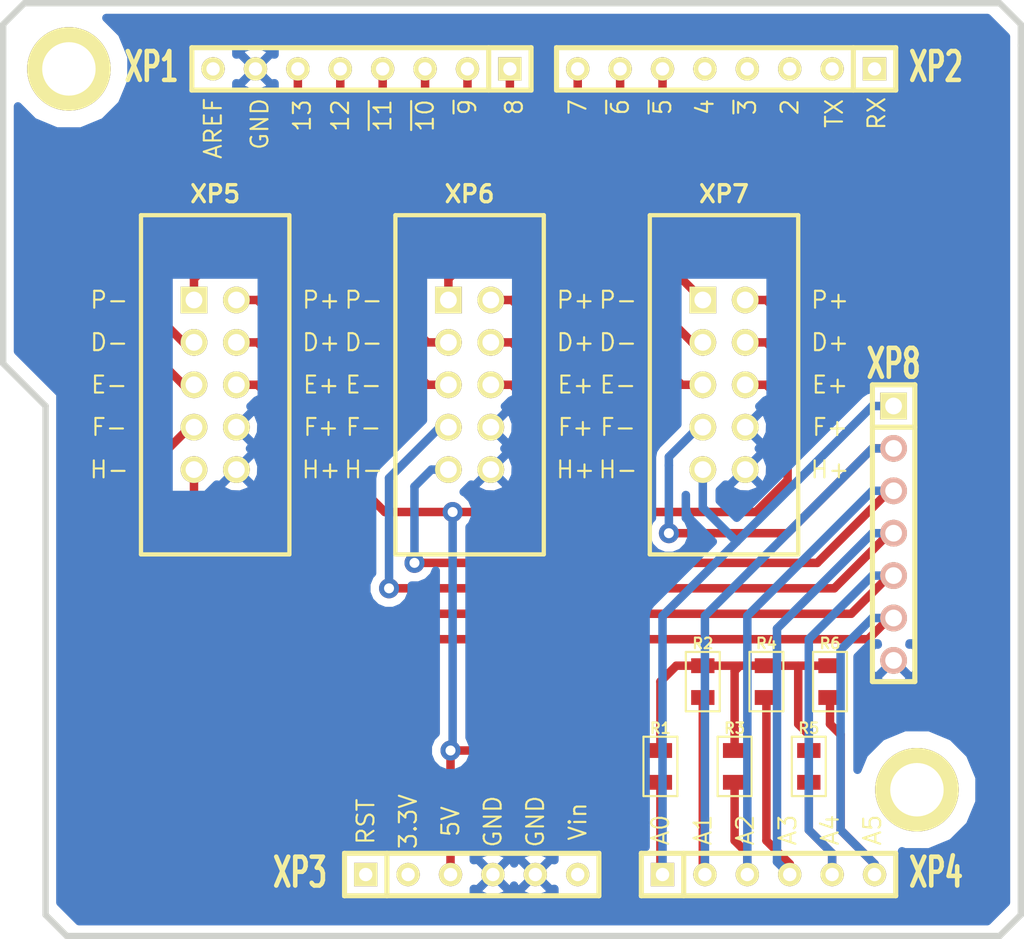
<source format=kicad_pcb>
(kicad_pcb (version 3) (host pcbnew "(2013-jul-07)-stable")

  (general
    (links 51)
    (no_connects 0)
    (area 64.579499 92.519499 125.920501 148.780501)
    (thickness 1.6002)
    (drawings 69)
    (tracks 176)
    (zones 0)
    (modules 16)
    (nets 18)
  )

  (page A4)
  (layers
    (15 Front signal)
    (0 Back signal)
    (16 B.Adhes user)
    (17 F.Adhes user)
    (18 B.Paste user)
    (19 F.Paste user)
    (20 B.SilkS user)
    (21 F.SilkS user)
    (22 B.Mask user)
    (23 F.Mask user)
    (24 Dwgs.User user)
    (25 Cmts.User user)
    (26 Eco1.User user)
    (27 Eco2.User user)
    (28 Edge.Cuts user)
  )

  (setup
    (last_trace_width 0.254)
    (user_trace_width 0.254)
    (user_trace_width 0.508)
    (user_trace_width 1.01092)
    (trace_clearance 0.254)
    (zone_clearance 0.508)
    (zone_45_only no)
    (trace_min 0.254)
    (segment_width 0.381)
    (edge_width 0.381)
    (via_size 1.19888)
    (via_drill 0.59944)
    (via_min_size 0.889)
    (via_min_drill 0.508)
    (user_via 1.19888 0.59944)
    (uvia_size 0.508)
    (uvia_drill 0.127)
    (uvias_allowed no)
    (uvia_min_size 0.508)
    (uvia_min_drill 0.127)
    (pcb_text_width 0.3048)
    (pcb_text_size 1.524 2.032)
    (mod_edge_width 0.25654)
    (mod_text_size 1.524 1.524)
    (mod_text_width 0.127)
    (pad_size 1.6002 1.6002)
    (pad_drill 1.00076)
    (pad_to_mask_clearance 0.254)
    (aux_axis_origin 0 0)
    (visible_elements FFFFFFBF)
    (pcbplotparams
      (layerselection 3178497)
      (usegerberextensions true)
      (excludeedgelayer true)
      (linewidth 0.100000)
      (plotframeref false)
      (viasonmask false)
      (mode 1)
      (useauxorigin false)
      (hpglpennumber 1)
      (hpglpenspeed 20)
      (hpglpendiameter 15)
      (hpglpenoverlay 2)
      (psnegative false)
      (psa4output false)
      (plotreference true)
      (plotvalue true)
      (plotothertext true)
      (plotinvisibletext false)
      (padsonsilk false)
      (subtractmaskfromsilk false)
      (outputformat 1)
      (mirror false)
      (drillshape 1)
      (scaleselection 1)
      (outputdirectory ""))
  )

  (net 0 "")
  (net 1 /+5V)
  (net 2 /GND)
  (net 3 /PB0)
  (net 4 /PB1)
  (net 5 /PB2)
  (net 6 /PB3)
  (net 7 /PB4)
  (net 8 /PB5)
  (net 9 /PC0)
  (net 10 /PC1)
  (net 11 /PC2)
  (net 12 /PC3)
  (net 13 /PC4)
  (net 14 /PC5)
  (net 15 /PD5)
  (net 16 /PD6)
  (net 17 /PD7)

  (net_class Default "This is the default net class."
    (clearance 0.254)
    (trace_width 0.254)
    (via_dia 1.19888)
    (via_drill 0.59944)
    (uvia_dia 0.508)
    (uvia_drill 0.127)
    (add_net "")
    (add_net /+5V)
    (add_net /GND)
    (add_net /PB0)
    (add_net /PB1)
    (add_net /PB2)
    (add_net /PB3)
    (add_net /PB4)
    (add_net /PB5)
    (add_net /PC0)
    (add_net /PC1)
    (add_net /PC2)
    (add_net /PC3)
    (add_net /PC4)
    (add_net /PC5)
    (add_net /PD5)
    (add_net /PD6)
    (add_net /PD7)
  )

  (module 1_pin (layer Front) (tedit 4EDCC668) (tstamp 4E26C411)
    (at 69.469 96.647)
    (descr "module 1 pin (ou trou mecanique de percage)")
    (tags DEV)
    (fp_text reference arduino (at -0.762 -2.032) (layer F.SilkS) hide
      (effects (font (size 0.50038 0.50038) (thickness 0.12446)))
    )
    (fp_text value P*** (at -0.762 -0.762) (layer F.SilkS) hide
      (effects (font (size 1.016 1.016) (thickness 0.254)))
    )
    (pad "" thru_hole circle (at -0.762 0) (size 5.00126 5.00126) (drill 3.2004)
      (layers *.Cu *.Mask F.SilkS)
      (clearance 1.00076)
    )
  )

  (module 1_pin (layer Front) (tedit 4EDCC65E) (tstamp 4EDCC647)
    (at 119.507 139.827)
    (descr "module 1 pin (ou trou mecanique de percage)")
    (tags DEV)
    (fp_text reference arduino (at 0 -2.54) (layer F.SilkS) hide
      (effects (font (size 0.50038 0.50038) (thickness 0.12446)))
    )
    (fp_text value P*** (at 0 -0.635) (layer F.SilkS) hide
      (effects (font (size 1.016 1.016) (thickness 0.254)))
    )
    (pad "" thru_hole circle (at 0 0) (size 5.00126 5.00126) (drill 3.2004)
      (layers *.Cu *.Mask F.SilkS)
      (solder_mask_margin 1.99898)
      (solder_paste_margin 1.99898)
      (clearance 1.00076)
    )
  )

  (module SIL-6 (layer Front) (tedit 4ED78DD6) (tstamp 4CEE8468)
    (at 92.837 144.907)
    (descr "Connecteur 6 pins")
    (tags "CONN DEV")
    (path /4EB912B4)
    (fp_text reference XP3 (at -10.287 -0.127) (layer F.SilkS)
      (effects (font (size 1.72974 1.08712) (thickness 0.27178)))
    )
    (fp_text value PBS-6 (at 3.81 -2.54) (layer F.SilkS) hide
      (effects (font (size 1.524 1.016) (thickness 0.254)))
    )
    (fp_line (start -7.62 1.27) (end -7.62 -1.27) (layer F.SilkS) (width 0.3048))
    (fp_line (start -7.62 -1.27) (end 7.62 -1.27) (layer F.SilkS) (width 0.3048))
    (fp_line (start 7.62 -1.27) (end 7.62 1.27) (layer F.SilkS) (width 0.3048))
    (fp_line (start 7.62 1.27) (end -7.62 1.27) (layer F.SilkS) (width 0.3048))
    (fp_line (start -5.08 1.27) (end -5.08 -1.27) (layer F.SilkS) (width 0.3048))
    (pad 1 thru_hole rect (at -6.35 0) (size 1.397 1.397) (drill 0.8001)
      (layers *.Cu *.Mask F.SilkS)
    )
    (pad 2 thru_hole circle (at -3.81 0) (size 1.397 1.397) (drill 0.8001)
      (layers *.Cu *.Mask F.SilkS)
    )
    (pad 3 thru_hole circle (at -1.27 0) (size 1.397 1.397) (drill 0.8001)
      (layers *.Cu *.Mask F.SilkS)
      (net 1 /+5V)
    )
    (pad 4 thru_hole circle (at 1.27 0) (size 1.397 1.397) (drill 0.8001)
      (layers *.Cu *.Mask F.SilkS)
      (net 2 /GND)
    )
    (pad 5 thru_hole circle (at 3.81 0) (size 1.397 1.397) (drill 0.8001)
      (layers *.Cu *.Mask F.SilkS)
      (net 2 /GND)
    )
    (pad 6 thru_hole circle (at 6.35 0) (size 1.397 1.397) (drill 0.8001)
      (layers *.Cu *.Mask F.SilkS)
    )
  )

  (module SIL-6 (layer Front) (tedit 4ED78DDA) (tstamp 4CEE846A)
    (at 110.617 144.907)
    (descr "Connecteur 6 pins")
    (tags "CONN DEV")
    (path /4EB91376)
    (fp_text reference XP4 (at 10.033 -0.127) (layer F.SilkS)
      (effects (font (size 1.72974 1.08712) (thickness 0.27178)))
    )
    (fp_text value PBS-6 (at 3.81 -2.54) (layer F.SilkS) hide
      (effects (font (size 1.524 1.016) (thickness 0.254)))
    )
    (fp_line (start -7.62 1.27) (end -7.62 -1.27) (layer F.SilkS) (width 0.3048))
    (fp_line (start -7.62 -1.27) (end 7.62 -1.27) (layer F.SilkS) (width 0.3048))
    (fp_line (start 7.62 -1.27) (end 7.62 1.27) (layer F.SilkS) (width 0.3048))
    (fp_line (start 7.62 1.27) (end -7.62 1.27) (layer F.SilkS) (width 0.3048))
    (fp_line (start -5.08 1.27) (end -5.08 -1.27) (layer F.SilkS) (width 0.3048))
    (pad 1 thru_hole rect (at -6.35 0) (size 1.397 1.397) (drill 0.8001)
      (layers *.Cu *.Mask F.SilkS)
      (net 9 /PC0)
    )
    (pad 2 thru_hole circle (at -3.81 0) (size 1.397 1.397) (drill 0.8001)
      (layers *.Cu *.Mask F.SilkS)
      (net 10 /PC1)
    )
    (pad 3 thru_hole circle (at -1.27 0) (size 1.397 1.397) (drill 0.8001)
      (layers *.Cu *.Mask F.SilkS)
      (net 11 /PC2)
    )
    (pad 4 thru_hole circle (at 1.27 0) (size 1.397 1.397) (drill 0.8001)
      (layers *.Cu *.Mask F.SilkS)
      (net 12 /PC3)
    )
    (pad 5 thru_hole circle (at 3.81 0) (size 1.397 1.397) (drill 0.8001)
      (layers *.Cu *.Mask F.SilkS)
      (net 13 /PC4)
    )
    (pad 6 thru_hole circle (at 6.35 0) (size 1.397 1.397) (drill 0.8001)
      (layers *.Cu *.Mask F.SilkS)
      (net 14 /PC5)
    )
  )

  (module SIL-8 (layer Front) (tedit 4ED78DE4) (tstamp 4CEE846D)
    (at 86.233 96.647 180)
    (descr "Connecteur 8 pins")
    (tags "CONN DEV")
    (path /4EB91375)
    (fp_text reference XP1 (at 12.573 0.127 180) (layer F.SilkS)
      (effects (font (size 1.72974 1.08712) (thickness 0.27178)))
    )
    (fp_text value PBS-8 (at 5.08 -3.81 180) (layer F.SilkS) hide
      (effects (font (size 1.524 1.016) (thickness 0.254)))
    )
    (fp_line (start -10.16 -1.27) (end 10.16 -1.27) (layer F.SilkS) (width 0.3048))
    (fp_line (start 10.16 -1.27) (end 10.16 1.27) (layer F.SilkS) (width 0.3048))
    (fp_line (start 10.16 1.27) (end -10.16 1.27) (layer F.SilkS) (width 0.3048))
    (fp_line (start -10.16 1.27) (end -10.16 -1.27) (layer F.SilkS) (width 0.3048))
    (fp_line (start -7.62 1.27) (end -7.62 -1.27) (layer F.SilkS) (width 0.3048))
    (pad 1 thru_hole rect (at -8.89 0 180) (size 1.397 1.397) (drill 0.8001)
      (layers *.Cu *.Mask F.SilkS)
      (net 3 /PB0)
    )
    (pad 2 thru_hole circle (at -6.35 0 180) (size 1.397 1.397) (drill 0.8001)
      (layers *.Cu *.Mask F.SilkS)
      (net 4 /PB1)
    )
    (pad 3 thru_hole circle (at -3.81 0 180) (size 1.397 1.397) (drill 0.8001)
      (layers *.Cu *.Mask F.SilkS)
      (net 5 /PB2)
    )
    (pad 4 thru_hole circle (at -1.27 0 180) (size 1.397 1.397) (drill 0.8001)
      (layers *.Cu *.Mask F.SilkS)
      (net 6 /PB3)
    )
    (pad 5 thru_hole circle (at 1.27 0 180) (size 1.397 1.397) (drill 0.8001)
      (layers *.Cu *.Mask F.SilkS)
      (net 7 /PB4)
    )
    (pad 6 thru_hole circle (at 3.81 0 180) (size 1.397 1.397) (drill 0.8001)
      (layers *.Cu *.Mask F.SilkS)
      (net 8 /PB5)
    )
    (pad 7 thru_hole circle (at 6.35 0 180) (size 1.397 1.397) (drill 0.8001)
      (layers *.Cu *.Mask F.SilkS)
      (net 2 /GND)
    )
    (pad 8 thru_hole circle (at 8.89 0 180) (size 1.397 1.397) (drill 0.8001)
      (layers *.Cu *.Mask F.SilkS)
    )
  )

  (module SIL-8 (layer Front) (tedit 4ED78DE9) (tstamp 4CF3A63E)
    (at 108.077 96.647 180)
    (descr "Connecteur 8 pins")
    (tags "CONN DEV")
    (path /4EB927BF)
    (fp_text reference XP2 (at -12.573 0.127 180) (layer F.SilkS)
      (effects (font (size 1.72974 1.08712) (thickness 0.27178)))
    )
    (fp_text value PBS-8 (at 3.81 -3.81 180) (layer F.SilkS) hide
      (effects (font (size 1.524 1.016) (thickness 0.254)))
    )
    (fp_line (start -10.16 -1.27) (end 10.16 -1.27) (layer F.SilkS) (width 0.3048))
    (fp_line (start 10.16 -1.27) (end 10.16 1.27) (layer F.SilkS) (width 0.3048))
    (fp_line (start 10.16 1.27) (end -10.16 1.27) (layer F.SilkS) (width 0.3048))
    (fp_line (start -10.16 1.27) (end -10.16 -1.27) (layer F.SilkS) (width 0.3048))
    (fp_line (start -7.62 1.27) (end -7.62 -1.27) (layer F.SilkS) (width 0.3048))
    (pad 1 thru_hole rect (at -8.89 0 180) (size 1.397 1.397) (drill 0.8001)
      (layers *.Cu *.Mask F.SilkS)
    )
    (pad 2 thru_hole circle (at -6.35 0 180) (size 1.397 1.397) (drill 0.8001)
      (layers *.Cu *.Mask F.SilkS)
    )
    (pad 3 thru_hole circle (at -3.81 0 180) (size 1.397 1.397) (drill 0.8001)
      (layers *.Cu *.Mask F.SilkS)
    )
    (pad 4 thru_hole circle (at -1.27 0 180) (size 1.397 1.397) (drill 0.8001)
      (layers *.Cu *.Mask F.SilkS)
    )
    (pad 5 thru_hole circle (at 1.27 0 180) (size 1.397 1.397) (drill 0.8001)
      (layers *.Cu *.Mask F.SilkS)
    )
    (pad 6 thru_hole circle (at 3.81 0 180) (size 1.397 1.397) (drill 0.8001)
      (layers *.Cu *.Mask F.SilkS)
      (net 15 /PD5)
    )
    (pad 7 thru_hole circle (at 6.35 0 180) (size 1.397 1.397) (drill 0.8001)
      (layers *.Cu *.Mask F.SilkS)
      (net 16 /PD6)
    )
    (pad 8 thru_hole circle (at 8.89 0 180) (size 1.397 1.397) (drill 0.8001)
      (layers *.Cu *.Mask F.SilkS)
      (net 17 /PD7)
    )
  )

  (module IDC-10MS (layer Front) (tedit 4EE0CCBA) (tstamp 4EE0B80B)
    (at 107.95 115.57 270)
    (descr "Double rangee de contacts 2 x 8 pins")
    (tags CONN)
    (path /4EE0A37A)
    (fp_text reference XP7 (at -11.43 0 360) (layer F.SilkS)
      (effects (font (size 1.016 1.016) (thickness 0.2032)))
    )
    (fp_text value IDC-10MS (at 0 3.302 270) (layer F.SilkS) hide
      (effects (font (size 1.016 1.016) (thickness 0.2032)))
    )
    (fp_line (start 10.16 4.445) (end -10.16 4.445) (layer F.SilkS) (width 0.25654))
    (fp_line (start -10.16 -4.445) (end 10.16 -4.445) (layer F.SilkS) (width 0.25654))
    (fp_line (start 10.16 -4.445) (end 10.16 4.445) (layer F.SilkS) (width 0.25654))
    (fp_line (start -10.16 4.445) (end -10.16 -4.445) (layer F.SilkS) (width 0.254))
    (pad 1 thru_hole rect (at -5.08 1.27 270) (size 1.6002 1.6002) (drill 1.00076)
      (layers *.Cu *.Mask F.SilkS)
      (net 15 /PD5)
    )
    (pad 2 thru_hole circle (at -5.08 -1.27 270) (size 1.6002 1.6002) (drill 1.00076)
      (layers *.Cu *.Mask F.SilkS)
      (net 1 /+5V)
    )
    (pad 3 thru_hole circle (at -2.54 1.27 270) (size 1.6002 1.6002) (drill 1.00076)
      (layers *.Cu *.Mask F.SilkS)
      (net 16 /PD6)
    )
    (pad 4 thru_hole circle (at -2.54 -1.27 270) (size 1.6002 1.6002) (drill 1.00076)
      (layers *.Cu *.Mask F.SilkS)
      (net 1 /+5V)
    )
    (pad 5 thru_hole circle (at 0 1.27 270) (size 1.6002 1.6002) (drill 1.00076)
      (layers *.Cu *.Mask F.SilkS)
      (net 17 /PD7)
    )
    (pad 6 thru_hole circle (at 0 -1.27 270) (size 1.6002 1.6002) (drill 1.00076)
      (layers *.Cu *.Mask F.SilkS)
      (net 1 /+5V)
    )
    (pad 7 thru_hole circle (at 2.54 1.27 270) (size 1.6002 1.6002) (drill 1.00076)
      (layers *.Cu *.Mask F.SilkS)
      (net 10 /PC1)
    )
    (pad 8 thru_hole circle (at 2.54 -1.27 270) (size 1.6002 1.6002) (drill 1.00076)
      (layers *.Cu *.Mask F.SilkS)
      (net 2 /GND)
    )
    (pad 9 thru_hole circle (at 5.08 1.27 270) (size 1.6002 1.6002) (drill 1.00076)
      (layers *.Cu *.Mask F.SilkS)
      (net 9 /PC0)
    )
    (pad 10 thru_hole circle (at 5.08 -1.27 270) (size 1.6002 1.6002) (drill 1.00076)
      (layers *.Cu *.Mask F.SilkS)
      (net 2 /GND)
    )
    (model pin_array/pins_array_8x2.wrl
      (at (xyz 0 0 0))
      (scale (xyz 1 1 1))
      (rotate (xyz 0 0 0))
    )
  )

  (module IDC-10MS (layer Front) (tedit 4EE0CBBB) (tstamp 4EE0B811)
    (at 77.47 115.57 270)
    (descr "Double rangee de contacts 2 x 8 pins")
    (tags CONN)
    (path /4EB922AA)
    (fp_text reference XP5 (at -11.43 0 360) (layer F.SilkS)
      (effects (font (size 1.016 1.016) (thickness 0.2032)))
    )
    (fp_text value IDC-10MS (at 0 3.302 270) (layer F.SilkS) hide
      (effects (font (size 1.016 1.016) (thickness 0.2032)))
    )
    (fp_line (start 10.16 4.445) (end -10.16 4.445) (layer F.SilkS) (width 0.25654))
    (fp_line (start -10.16 -4.445) (end 10.16 -4.445) (layer F.SilkS) (width 0.25654))
    (fp_line (start 10.16 -4.445) (end 10.16 4.445) (layer F.SilkS) (width 0.25654))
    (fp_line (start -10.16 4.445) (end -10.16 -4.445) (layer F.SilkS) (width 0.254))
    (pad 1 thru_hole rect (at -5.08 1.27 270) (size 1.6002 1.6002) (drill 1.00076)
      (layers *.Cu *.Mask F.SilkS)
      (net 6 /PB3)
    )
    (pad 2 thru_hole circle (at -5.08 -1.27 270) (size 1.6002 1.6002) (drill 1.00076)
      (layers *.Cu *.Mask F.SilkS)
      (net 1 /+5V)
    )
    (pad 3 thru_hole circle (at -2.54 1.27 270) (size 1.6002 1.6002) (drill 1.00076)
      (layers *.Cu *.Mask F.SilkS)
      (net 7 /PB4)
    )
    (pad 4 thru_hole circle (at -2.54 -1.27 270) (size 1.6002 1.6002) (drill 1.00076)
      (layers *.Cu *.Mask F.SilkS)
      (net 1 /+5V)
    )
    (pad 5 thru_hole circle (at 0 1.27 270) (size 1.6002 1.6002) (drill 1.00076)
      (layers *.Cu *.Mask F.SilkS)
      (net 8 /PB5)
    )
    (pad 6 thru_hole circle (at 0 -1.27 270) (size 1.6002 1.6002) (drill 1.00076)
      (layers *.Cu *.Mask F.SilkS)
      (net 1 /+5V)
    )
    (pad 7 thru_hole circle (at 2.54 1.27 270) (size 1.6002 1.6002) (drill 1.00076)
      (layers *.Cu *.Mask F.SilkS)
      (net 14 /PC5)
    )
    (pad 8 thru_hole circle (at 2.54 -1.27 270) (size 1.6002 1.6002) (drill 1.00076)
      (layers *.Cu *.Mask F.SilkS)
      (net 2 /GND)
    )
    (pad 9 thru_hole circle (at 5.08 1.27 270) (size 1.6002 1.6002) (drill 1.00076)
      (layers *.Cu *.Mask F.SilkS)
      (net 13 /PC4)
    )
    (pad 10 thru_hole circle (at 5.08 -1.27 270) (size 1.6002 1.6002) (drill 1.00076)
      (layers *.Cu *.Mask F.SilkS)
      (net 2 /GND)
    )
    (model pin_array/pins_array_8x2.wrl
      (at (xyz 0 0 0))
      (scale (xyz 1 1 1))
      (rotate (xyz 0 0 0))
    )
  )

  (module IDC-10MS (layer Front) (tedit 4EE0CC45) (tstamp 4EE0B80E)
    (at 92.71 115.57 270)
    (descr "Double rangee de contacts 2 x 8 pins")
    (tags CONN)
    (path /4EB923E8)
    (fp_text reference XP6 (at -11.43 0 360) (layer F.SilkS)
      (effects (font (size 1.016 1.016) (thickness 0.2032)))
    )
    (fp_text value IDC-10MS (at 0 3.302 270) (layer F.SilkS) hide
      (effects (font (size 1.016 1.016) (thickness 0.2032)))
    )
    (fp_line (start 10.16 4.445) (end -10.16 4.445) (layer F.SilkS) (width 0.25654))
    (fp_line (start -10.16 -4.445) (end 10.16 -4.445) (layer F.SilkS) (width 0.25654))
    (fp_line (start 10.16 -4.445) (end 10.16 4.445) (layer F.SilkS) (width 0.25654))
    (fp_line (start -10.16 4.445) (end -10.16 -4.445) (layer F.SilkS) (width 0.254))
    (pad 1 thru_hole rect (at -5.08 1.27 270) (size 1.6002 1.6002) (drill 1.00076)
      (layers *.Cu *.Mask F.SilkS)
      (net 3 /PB0)
    )
    (pad 2 thru_hole circle (at -5.08 -1.27 270) (size 1.6002 1.6002) (drill 1.00076)
      (layers *.Cu *.Mask F.SilkS)
      (net 1 /+5V)
    )
    (pad 3 thru_hole circle (at -2.54 1.27 270) (size 1.6002 1.6002) (drill 1.00076)
      (layers *.Cu *.Mask F.SilkS)
      (net 4 /PB1)
    )
    (pad 4 thru_hole circle (at -2.54 -1.27 270) (size 1.6002 1.6002) (drill 1.00076)
      (layers *.Cu *.Mask F.SilkS)
      (net 1 /+5V)
    )
    (pad 5 thru_hole circle (at 0 1.27 270) (size 1.6002 1.6002) (drill 1.00076)
      (layers *.Cu *.Mask F.SilkS)
      (net 5 /PB2)
    )
    (pad 6 thru_hole circle (at 0 -1.27 270) (size 1.6002 1.6002) (drill 1.00076)
      (layers *.Cu *.Mask F.SilkS)
      (net 1 /+5V)
    )
    (pad 7 thru_hole circle (at 2.54 1.27 270) (size 1.6002 1.6002) (drill 1.00076)
      (layers *.Cu *.Mask F.SilkS)
      (net 12 /PC3)
    )
    (pad 8 thru_hole circle (at 2.54 -1.27 270) (size 1.6002 1.6002) (drill 1.00076)
      (layers *.Cu *.Mask F.SilkS)
      (net 2 /GND)
    )
    (pad 9 thru_hole circle (at 5.08 1.27 270) (size 1.6002 1.6002) (drill 1.00076)
      (layers *.Cu *.Mask F.SilkS)
      (net 11 /PC2)
    )
    (pad 10 thru_hole circle (at 5.08 -1.27 270) (size 1.6002 1.6002) (drill 1.00076)
      (layers *.Cu *.Mask F.SilkS)
      (net 2 /GND)
    )
    (model pin_array/pins_array_8x2.wrl
      (at (xyz 0 0 0))
      (scale (xyz 1 1 1))
      (rotate (xyz 0 0 0))
    )
  )

  (module SIL-7 (layer Front) (tedit 4EE0BE1C) (tstamp 4EE0B1E9)
    (at 118.11 124.46 270)
    (descr "Connecteur 7 pins")
    (tags "CONN DEV")
    (path /4EB9292E)
    (fp_text reference XP8 (at -10.16 0 360) (layer F.SilkS)
      (effects (font (size 1.72974 1.08712) (thickness 0.27178)))
    )
    (fp_text value WF-7 (at 0 -2.54 270) (layer F.SilkS) hide
      (effects (font (size 1.524 1.016) (thickness 0.254)))
    )
    (fp_line (start -8.89 -1.27) (end -8.89 -1.27) (layer F.SilkS) (width 0.3048))
    (fp_line (start -8.89 -1.27) (end 8.89 -1.27) (layer F.SilkS) (width 0.3048))
    (fp_line (start 8.89 -1.27) (end 8.89 1.27) (layer F.SilkS) (width 0.3048))
    (fp_line (start 8.89 1.27) (end -8.89 1.27) (layer F.SilkS) (width 0.3048))
    (fp_line (start -8.89 1.27) (end -8.89 -1.27) (layer F.SilkS) (width 0.3048))
    (fp_line (start -6.35 1.27) (end -6.35 1.27) (layer F.SilkS) (width 0.3048))
    (fp_line (start -6.35 1.27) (end -6.35 -1.27) (layer F.SilkS) (width 0.3048))
    (pad 1 thru_hole rect (at -7.62 0 270) (size 1.6002 1.6002) (drill 1.00076)
      (layers *.Cu *.Mask F.SilkS)
      (net 9 /PC0)
    )
    (pad 2 thru_hole circle (at -5.08 0 270) (size 1.6002 1.6002) (drill 1.00076)
      (layers *.Cu *.SilkS *.Mask)
      (net 10 /PC1)
    )
    (pad 3 thru_hole circle (at -2.54 0 270) (size 1.6002 1.6002) (drill 1.00076)
      (layers *.Cu *.SilkS *.Mask)
      (net 11 /PC2)
    )
    (pad 4 thru_hole circle (at 0 0 270) (size 1.6002 1.6002) (drill 1.00076)
      (layers *.Cu *.SilkS *.Mask)
      (net 12 /PC3)
    )
    (pad 5 thru_hole circle (at 2.54 0 270) (size 1.6002 1.6002) (drill 1.00076)
      (layers *.Cu *.SilkS *.Mask)
      (net 13 /PC4)
    )
    (pad 6 thru_hole circle (at 5.08 0 270) (size 1.6002 1.6002) (drill 1.00076)
      (layers *.Cu *.SilkS *.Mask)
      (net 14 /PC5)
    )
    (pad 7 thru_hole circle (at 7.62 0 270) (size 1.6002 1.6002) (drill 1.00076)
      (layers *.Cu *.SilkS *.Mask)
      (net 2 /GND)
    )
  )

  (module SMD0805 (layer Front) (tedit 4EE0B566) (tstamp 4EE0B1EA)
    (at 114.3 133.35 270)
    (path /4EB92A30)
    (attr smd)
    (fp_text reference R6 (at -2.286 0 360) (layer F.SilkS)
      (effects (font (size 0.635 0.635) (thickness 0.127)))
    )
    (fp_text value 1_k (at 0.254 1.524 270) (layer F.SilkS) hide
      (effects (font (size 0.635 0.635) (thickness 0.127)))
    )
    (fp_line (start 1.778 1.016) (end 1.778 -1.016) (layer F.SilkS) (width 0.127))
    (fp_line (start -1.778 1.016) (end 1.778 1.016) (layer F.SilkS) (width 0.127))
    (fp_line (start -1.778 -1.016) (end -1.778 1.016) (layer F.SilkS) (width 0.127))
    (fp_line (start -1.778 -1.016) (end 1.778 -1.016) (layer F.SilkS) (width 0.127))
    (pad 1 smd rect (at -0.9525 0 270) (size 0.889 1.397)
      (layers Front F.Paste F.Mask)
      (net 1 /+5V)
    )
    (pad 2 smd rect (at 0.9525 0 270) (size 0.889 1.397)
      (layers Front F.Paste F.Mask)
      (net 14 /PC5)
    )
    (model smd/chip_cms.wrl
      (at (xyz 0 0 0))
      (scale (xyz 0.1 0.1 0.1))
      (rotate (xyz 0 0 0))
    )
  )

  (module SMD0805 (layer Front) (tedit 4EE0B520) (tstamp 4EE0B1EC)
    (at 113.03 138.43 270)
    (path /4EB92A3F)
    (attr smd)
    (fp_text reference R5 (at -2.286 0 360) (layer F.SilkS)
      (effects (font (size 0.635 0.635) (thickness 0.127)))
    )
    (fp_text value 1_k (at 0.254 1.524 270) (layer F.SilkS) hide
      (effects (font (size 0.635 0.635) (thickness 0.127)))
    )
    (fp_line (start 1.778 1.016) (end 1.778 -1.016) (layer F.SilkS) (width 0.127))
    (fp_line (start -1.778 1.016) (end 1.778 1.016) (layer F.SilkS) (width 0.127))
    (fp_line (start -1.778 -1.016) (end -1.778 1.016) (layer F.SilkS) (width 0.127))
    (fp_line (start -1.778 -1.016) (end 1.778 -1.016) (layer F.SilkS) (width 0.127))
    (pad 1 smd rect (at -0.9525 0 270) (size 0.889 1.397)
      (layers Front F.Paste F.Mask)
      (net 1 /+5V)
    )
    (pad 2 smd rect (at 0.9525 0 270) (size 0.889 1.397)
      (layers Front F.Paste F.Mask)
      (net 13 /PC4)
    )
    (model smd/chip_cms.wrl
      (at (xyz 0 0 0))
      (scale (xyz 0.1 0.1 0.1))
      (rotate (xyz 0 0 0))
    )
  )

  (module SMD0805 (layer Front) (tedit 4EE0B51A) (tstamp 4EE0B1EE)
    (at 110.49 133.35 270)
    (path /4EB92A44)
    (attr smd)
    (fp_text reference R4 (at -2.286 0 360) (layer F.SilkS)
      (effects (font (size 0.635 0.635) (thickness 0.127)))
    )
    (fp_text value 1_k (at 0.254 1.524 270) (layer F.SilkS) hide
      (effects (font (size 0.635 0.635) (thickness 0.127)))
    )
    (fp_line (start 1.778 1.016) (end 1.778 -1.016) (layer F.SilkS) (width 0.127))
    (fp_line (start -1.778 1.016) (end 1.778 1.016) (layer F.SilkS) (width 0.127))
    (fp_line (start -1.778 -1.016) (end -1.778 1.016) (layer F.SilkS) (width 0.127))
    (fp_line (start -1.778 -1.016) (end 1.778 -1.016) (layer F.SilkS) (width 0.127))
    (pad 1 smd rect (at -0.9525 0 270) (size 0.889 1.397)
      (layers Front F.Paste F.Mask)
      (net 1 /+5V)
    )
    (pad 2 smd rect (at 0.9525 0 270) (size 0.889 1.397)
      (layers Front F.Paste F.Mask)
      (net 12 /PC3)
    )
    (model smd/chip_cms.wrl
      (at (xyz 0 0 0))
      (scale (xyz 0.1 0.1 0.1))
      (rotate (xyz 0 0 0))
    )
  )

  (module SMD0805 (layer Front) (tedit 4EE0B514) (tstamp 4EE0B5BA)
    (at 108.585 138.43 90)
    (path /4EB92A26)
    (attr smd)
    (fp_text reference R3 (at 2.286 0 180) (layer F.SilkS)
      (effects (font (size 0.635 0.635) (thickness 0.127)))
    )
    (fp_text value 1_k (at 0.254 1.524 90) (layer F.SilkS) hide
      (effects (font (size 0.635 0.635) (thickness 0.127)))
    )
    (fp_line (start 1.778 1.016) (end 1.778 -1.016) (layer F.SilkS) (width 0.127))
    (fp_line (start -1.778 1.016) (end 1.778 1.016) (layer F.SilkS) (width 0.127))
    (fp_line (start -1.778 -1.016) (end -1.778 1.016) (layer F.SilkS) (width 0.127))
    (fp_line (start -1.778 -1.016) (end 1.778 -1.016) (layer F.SilkS) (width 0.127))
    (pad 1 smd rect (at -0.9525 0 90) (size 0.889 1.397)
      (layers Front F.Paste F.Mask)
      (net 11 /PC2)
    )
    (pad 2 smd rect (at 0.9525 0 90) (size 0.889 1.397)
      (layers Front F.Paste F.Mask)
      (net 1 /+5V)
    )
    (model smd/chip_cms.wrl
      (at (xyz 0 0 0))
      (scale (xyz 0.1 0.1 0.1))
      (rotate (xyz 0 0 0))
    )
  )

  (module SMD0805 (layer Front) (tedit 4EE0B511) (tstamp 4EE0B1F2)
    (at 106.68 133.35 90)
    (path /4EB92A16)
    (attr smd)
    (fp_text reference R2 (at 2.286 0 180) (layer F.SilkS)
      (effects (font (size 0.635 0.635) (thickness 0.127)))
    )
    (fp_text value 1_k (at 0.254 1.524 90) (layer F.SilkS) hide
      (effects (font (size 0.635 0.635) (thickness 0.127)))
    )
    (fp_line (start 1.778 1.016) (end 1.778 -1.016) (layer F.SilkS) (width 0.127))
    (fp_line (start -1.778 1.016) (end 1.778 1.016) (layer F.SilkS) (width 0.127))
    (fp_line (start -1.778 -1.016) (end -1.778 1.016) (layer F.SilkS) (width 0.127))
    (fp_line (start -1.778 -1.016) (end 1.778 -1.016) (layer F.SilkS) (width 0.127))
    (pad 1 smd rect (at -0.9525 0 90) (size 0.889 1.397)
      (layers Front F.Paste F.Mask)
      (net 10 /PC1)
    )
    (pad 2 smd rect (at 0.9525 0 90) (size 0.889 1.397)
      (layers Front F.Paste F.Mask)
      (net 1 /+5V)
    )
    (model smd/chip_cms.wrl
      (at (xyz 0 0 0))
      (scale (xyz 0.1 0.1 0.1))
      (rotate (xyz 0 0 0))
    )
  )

  (module SMD0805 (layer Front) (tedit 4EE0B52A) (tstamp 4EE0B5B7)
    (at 104.14 138.43 90)
    (path /4EB92A07)
    (attr smd)
    (fp_text reference R1 (at 2.286 0 180) (layer F.SilkS)
      (effects (font (size 0.635 0.635) (thickness 0.127)))
    )
    (fp_text value 1_k (at 0.254 1.524 90) (layer F.SilkS) hide
      (effects (font (size 0.635 0.635) (thickness 0.127)))
    )
    (fp_line (start 1.778 1.016) (end 1.778 -1.016) (layer F.SilkS) (width 0.127))
    (fp_line (start -1.778 1.016) (end 1.778 1.016) (layer F.SilkS) (width 0.127))
    (fp_line (start -1.778 -1.016) (end -1.778 1.016) (layer F.SilkS) (width 0.127))
    (fp_line (start -1.778 -1.016) (end 1.778 -1.016) (layer F.SilkS) (width 0.127))
    (pad 1 smd rect (at -0.9525 0 90) (size 0.889 1.397)
      (layers Front F.Paste F.Mask)
      (net 9 /PC0)
    )
    (pad 2 smd rect (at 0.9525 0 90) (size 0.889 1.397)
      (layers Front F.Paste F.Mask)
      (net 1 /+5V)
    )
    (model smd/chip_cms.wrl
      (at (xyz 0 0 0))
      (scale (xyz 0.1 0.1 0.1))
      (rotate (xyz 0 0 0))
    )
  )

  (gr_text H- (at 101.6 120.65) (layer F.SilkS)
    (effects (font (size 1.016 1.016) (thickness 0.127)))
  )
  (gr_text H+ (at 114.3 120.65) (layer F.SilkS)
    (effects (font (size 1.016 1.016) (thickness 0.127)))
  )
  (gr_text E- (at 101.6 115.57) (layer F.SilkS)
    (effects (font (size 1.016 1.016) (thickness 0.127)))
  )
  (gr_text E+ (at 114.3 115.57) (layer F.SilkS)
    (effects (font (size 1.016 1.016) (thickness 0.127)))
  )
  (gr_text F+ (at 114.3 118.11) (layer F.SilkS)
    (effects (font (size 1.016 1.016) (thickness 0.127)))
  )
  (gr_text F- (at 101.6 118.11) (layer F.SilkS)
    (effects (font (size 1.016 1.016) (thickness 0.127)))
  )
  (gr_text D- (at 101.6 113.03) (layer F.SilkS)
    (effects (font (size 1.016 1.016) (thickness 0.127)))
  )
  (gr_text D+ (at 114.3 113.03) (layer F.SilkS)
    (effects (font (size 1.016 1.016) (thickness 0.127)))
  )
  (gr_text P+ (at 114.3 110.49) (layer F.SilkS)
    (effects (font (size 1.016 1.016) (thickness 0.127)))
  )
  (gr_text P- (at 101.6 110.49) (layer F.SilkS)
    (effects (font (size 1.016 1.016) (thickness 0.127)))
  )
  (gr_text P- (at 86.36 110.49) (layer F.SilkS)
    (effects (font (size 1.016 1.016) (thickness 0.127)))
  )
  (gr_text P+ (at 99.06 110.49) (layer F.SilkS)
    (effects (font (size 1.016 1.016) (thickness 0.127)))
  )
  (gr_text D+ (at 99.06 113.03) (layer F.SilkS)
    (effects (font (size 1.016 1.016) (thickness 0.127)))
  )
  (gr_text D- (at 86.36 113.03) (layer F.SilkS)
    (effects (font (size 1.016 1.016) (thickness 0.127)))
  )
  (gr_text F- (at 86.36 118.11) (layer F.SilkS)
    (effects (font (size 1.016 1.016) (thickness 0.127)))
  )
  (gr_text F+ (at 99.06 118.11) (layer F.SilkS)
    (effects (font (size 1.016 1.016) (thickness 0.127)))
  )
  (gr_text E+ (at 99.06 115.57) (layer F.SilkS)
    (effects (font (size 1.016 1.016) (thickness 0.127)))
  )
  (gr_text E- (at 86.36 115.57) (layer F.SilkS)
    (effects (font (size 1.016 1.016) (thickness 0.127)))
  )
  (gr_text H+ (at 99.06 120.65) (layer F.SilkS)
    (effects (font (size 1.016 1.016) (thickness 0.127)))
  )
  (gr_text H- (at 86.36 120.65) (layer F.SilkS)
    (effects (font (size 1.016 1.016) (thickness 0.127)))
  )
  (gr_text H- (at 71.12 120.65) (layer F.SilkS)
    (effects (font (size 1.016 1.016) (thickness 0.127)))
  )
  (gr_text H+ (at 83.82 120.65) (layer F.SilkS)
    (effects (font (size 1.016 1.016) (thickness 0.127)))
  )
  (gr_text E- (at 71.12 115.57) (layer F.SilkS)
    (effects (font (size 1.016 1.016) (thickness 0.127)))
  )
  (gr_text E+ (at 83.82 115.57) (layer F.SilkS)
    (effects (font (size 1.016 1.016) (thickness 0.127)))
  )
  (gr_text F+ (at 83.82 118.11) (layer F.SilkS)
    (effects (font (size 1.016 1.016) (thickness 0.127)))
  )
  (gr_text F- (at 71.12 118.11) (layer F.SilkS)
    (effects (font (size 1.016 1.016) (thickness 0.127)))
  )
  (gr_text D- (at 71.12 113.03) (layer F.SilkS)
    (effects (font (size 1.016 1.016) (thickness 0.127)))
  )
  (gr_text D+ (at 83.82 113.03) (layer F.SilkS)
    (effects (font (size 1.016 1.016) (thickness 0.127)))
  )
  (gr_text P+ (at 83.82 110.49) (layer F.SilkS)
    (effects (font (size 1.016 1.016) (thickness 0.127)))
  )
  (gr_text P- (at 71.12 110.49) (layer F.SilkS)
    (effects (font (size 1.016 1.016) (thickness 0.127)))
  )
  (gr_line (start 64.77 114.3) (end 67.31 116.84) (angle 90) (layer Edge.Cuts) (width 0.381))
  (gr_line (start 68.58 148.59) (end 124.46 148.59) (angle 90) (layer Edge.Cuts) (width 0.381))
  (gr_line (start 67.31 147.32) (end 68.58 148.59) (angle 90) (layer Edge.Cuts) (width 0.381))
  (gr_line (start 67.31 116.84) (end 67.31 147.32) (angle 90) (layer Edge.Cuts) (width 0.381))
  (gr_line (start 64.77 93.98) (end 64.77 114.3) (angle 90) (layer Edge.Cuts) (width 0.381))
  (gr_line (start 66.04 92.71) (end 64.77 93.98) (angle 90) (layer Edge.Cuts) (width 0.381))
  (gr_line (start 124.46 92.71) (end 66.04 92.71) (angle 90) (layer Edge.Cuts) (width 0.381))
  (gr_line (start 125.73 93.98) (end 124.46 92.71) (angle 90) (layer Edge.Cuts) (width 0.381))
  (gr_line (start 125.73 95.25) (end 125.73 93.98) (angle 90) (layer Edge.Cuts) (width 0.381))
  (gr_line (start 125.73 147.32) (end 124.46 148.59) (angle 90) (layer Edge.Cuts) (width 0.381))
  (gr_line (start 125.73 95.25) (end 125.73 147.32) (angle 90) (layer Edge.Cuts) (width 0.381))
  (gr_text AREF (at 77.343 100.203 90) (layer F.SilkS)
    (effects (font (size 1.016 1.016) (thickness 0.127)))
  )
  (gr_text 13 (at 82.677 99.441 90) (layer F.SilkS)
    (effects (font (size 1.016 1.016) (thickness 0.127)))
  )
  (gr_text 8 (at 95.377 98.933 90) (layer F.SilkS)
    (effects (font (size 1.016 1.016) (thickness 0.127)))
  )
  (gr_text GND (at 80.137 99.949 90) (layer F.SilkS)
    (effects (font (size 1.016 1.016) (thickness 0.127)))
  )
  (gr_text ~6 (at 101.727 98.933 90) (layer F.SilkS)
    (effects (font (size 1.016 1.016) (thickness 0.127)))
  )
  (gr_text ~5 (at 104.267 98.933 90) (layer F.SilkS)
    (effects (font (size 1.016 1.016) (thickness 0.127)))
  )
  (gr_text ~11 (at 87.503 99.441 90) (layer F.SilkS)
    (effects (font (size 1.016 1.016) (thickness 0.127)))
  )
  (gr_text 12 (at 84.963 99.441 90) (layer F.SilkS)
    (effects (font (size 1.016 1.016) (thickness 0.127)))
  )
  (gr_text ~10 (at 90.043 99.441 90) (layer F.SilkS)
    (effects (font (size 1.016 1.016) (thickness 0.127)))
  )
  (gr_text ~9 (at 92.583 98.933 90) (layer F.SilkS)
    (effects (font (size 1.016 1.016) (thickness 0.127)))
  )
  (gr_text 4 (at 106.807 98.933 90) (layer F.SilkS)
    (effects (font (size 1.016 1.016) (thickness 0.127)))
  )
  (gr_text 7 (at 99.187 98.933 90) (layer F.SilkS)
    (effects (font (size 1.016 1.016) (thickness 0.127)))
  )
  (gr_text ~3 (at 109.347 98.933 90) (layer F.SilkS)
    (effects (font (size 1.016 1.016) (thickness 0.127)))
  )
  (gr_text 2 (at 111.887 98.933 90) (layer F.SilkS)
    (effects (font (size 1.016 1.016) (thickness 0.127)))
  )
  (gr_text TX (at 114.554 99.314 90) (layer F.SilkS)
    (effects (font (size 1.016 1.016) (thickness 0.127)))
  )
  (gr_text GND (at 94.107 141.732 90) (layer F.SilkS)
    (effects (font (size 1.016 1.016) (thickness 0.127)))
  )
  (gr_text RX (at 117.094 99.314 90) (layer F.SilkS)
    (effects (font (size 1.016 1.016) (thickness 0.127)))
  )
  (gr_text Vin (at 99.187 141.732 90) (layer F.SilkS)
    (effects (font (size 1.016 1.016) (thickness 0.127)))
  )
  (gr_text 5V (at 91.567 141.732 90) (layer F.SilkS)
    (effects (font (size 1.016 1.016) (thickness 0.127)))
  )
  (gr_text GND (at 96.647 141.732 90) (layer F.SilkS)
    (effects (font (size 1.016 1.016) (thickness 0.127)))
  )
  (gr_text 3.3V (at 89.027 141.732 90) (layer F.SilkS)
    (effects (font (size 1.016 1.016) (thickness 0.127)))
  )
  (gr_text A2 (at 109.22 142.24 90) (layer F.SilkS)
    (effects (font (size 1.016 1.016) (thickness 0.127)))
  )
  (gr_text A3 (at 111.76 142.24 90) (layer F.SilkS)
    (effects (font (size 1.016 1.016) (thickness 0.127)))
  )
  (gr_text RST (at 86.487 141.732 90) (layer F.SilkS)
    (effects (font (size 1.016 1.016) (thickness 0.127)))
  )
  (gr_text A5 (at 116.84 142.24 90) (layer F.SilkS)
    (effects (font (size 1.016 1.016) (thickness 0.127)))
  )
  (gr_text A4 (at 114.3 142.24 90) (layer F.SilkS)
    (effects (font (size 1.016 1.016) (thickness 0.127)))
  )
  (gr_text A1 (at 106.68 142.24 90) (layer F.SilkS)
    (effects (font (size 1.016 1.016) (thickness 0.127)))
  )
  (gr_text A0 (at 104.14 142.24 90) (layer F.SilkS)
    (effects (font (size 1.016 1.016) (thickness 0.127)))
  )

  (segment (start 91.567 137.922) (end 91.567 137.4775) (width 0.508) (layer Front) (net 1))
  (via (at 91.567 137.4775) (size 1.19888) (drill 0.59944) (layers Front Back) (net 1))
  (segment (start 91.694 123.19) (end 91.694 123.19) (width 0.508) (layer Front) (net 1))
  (via (at 91.694 123.19) (size 1.19888) (drill 0.59944) (layers Front Back) (net 1))
  (segment (start 91.694 137.3505) (end 91.694 123.19) (width 0.508) (layer Back) (net 1))
  (segment (start 91.567 137.4775) (end 91.694 137.3505) (width 0.508) (layer Back) (net 1))
  (segment (start 91.567 123.19) (end 91.694 123.19) (width 0.508) (layer Front) (net 1))
  (segment (start 91.694 123.19) (end 87.63 123.19) (width 0.508) (layer Front) (net 1))
  (segment (start 87.63 123.19) (end 81.28 116.84) (width 0.508) (layer Front) (net 1))
  (segment (start 104.14 137.4775) (end 91.567 137.4775) (width 0.508) (layer Front) (net 1) (status 800))
  (segment (start 91.567 137.4775) (end 91.567 137.4775) (width 0.508) (layer Front) (net 1))
  (segment (start 91.567 144.907) (end 91.567 137.922) (width 0.508) (layer Front) (net 1) (status 800))
  (segment (start 96.52 123.19) (end 109.855 123.19) (width 0.508) (layer Front) (net 1))
  (segment (start 109.855 123.19) (end 111.76 121.285) (width 0.508) (layer Front) (net 1))
  (segment (start 91.567 123.19) (end 96.52 123.19) (width 0.508) (layer Front) (net 1))
  (segment (start 78.74 110.49) (end 80.01 110.49) (width 0.508) (layer Front) (net 1) (status 800))
  (segment (start 81.28 111.76) (end 81.28 114.3) (width 0.508) (layer Front) (net 1))
  (segment (start 80.01 110.49) (end 81.28 111.76) (width 0.508) (layer Front) (net 1))
  (segment (start 93.98 110.49) (end 95.25 110.49) (width 0.508) (layer Front) (net 1) (status 800))
  (segment (start 96.52 111.76) (end 96.52 114.3) (width 0.508) (layer Front) (net 1))
  (segment (start 95.25 110.49) (end 96.52 111.76) (width 0.508) (layer Front) (net 1))
  (segment (start 109.22 110.49) (end 110.49 110.49) (width 0.508) (layer Front) (net 1) (status 800))
  (segment (start 111.76 111.76) (end 111.76 114.3) (width 0.508) (layer Front) (net 1))
  (segment (start 110.49 110.49) (end 111.76 111.76) (width 0.508) (layer Front) (net 1))
  (segment (start 96.52 119.38) (end 96.52 123.19) (width 0.508) (layer Front) (net 1))
  (segment (start 96.52 116.84) (end 96.52 119.38) (width 0.508) (layer Front) (net 1))
  (segment (start 111.76 119.38) (end 111.76 121.285) (width 0.508) (layer Front) (net 1))
  (segment (start 111.76 116.84) (end 111.76 119.38) (width 0.508) (layer Front) (net 1))
  (segment (start 109.22 115.57) (end 110.49 115.57) (width 0.508) (layer Front) (net 1) (status 800))
  (segment (start 110.49 115.57) (end 111.76 116.84) (width 0.508) (layer Front) (net 1))
  (segment (start 109.22 113.03) (end 110.49 113.03) (width 0.508) (layer Front) (net 1) (status 800))
  (segment (start 110.49 113.03) (end 111.76 114.3) (width 0.508) (layer Front) (net 1))
  (segment (start 111.76 114.3) (end 111.76 116.84) (width 0.508) (layer Front) (net 1))
  (segment (start 93.98 113.03) (end 95.25 113.03) (width 0.508) (layer Front) (net 1) (status 800))
  (segment (start 96.52 114.3) (end 96.52 116.84) (width 0.508) (layer Front) (net 1))
  (segment (start 95.25 113.03) (end 96.52 114.3) (width 0.508) (layer Front) (net 1))
  (segment (start 93.98 115.57) (end 95.25 115.57) (width 0.508) (layer Front) (net 1) (status 800))
  (segment (start 95.25 115.57) (end 96.52 116.84) (width 0.508) (layer Front) (net 1))
  (segment (start 113.03 137.4775) (end 113.03 136.525) (width 0.508) (layer Front) (net 1) (status 800))
  (segment (start 112.395 135.89) (end 112.395 132.3975) (width 0.508) (layer Front) (net 1))
  (segment (start 113.03 136.525) (end 112.395 135.89) (width 0.508) (layer Front) (net 1))
  (segment (start 110.49 132.3975) (end 112.395 132.3975) (width 0.508) (layer Front) (net 1) (status 800))
  (segment (start 112.395 132.3975) (end 114.3 132.3975) (width 0.508) (layer Front) (net 1) (status 400))
  (segment (start 106.68 132.3975) (end 108.9025 132.3975) (width 0.508) (layer Front) (net 1) (status 800))
  (segment (start 108.585 137.4775) (end 108.585 132.715) (width 0.508) (layer Front) (net 1) (status 800))
  (segment (start 108.585 132.715) (end 108.9025 132.3975) (width 0.508) (layer Front) (net 1))
  (segment (start 108.9025 132.3975) (end 110.49 132.3975) (width 0.508) (layer Front) (net 1) (status 400))
  (segment (start 104.14 137.4775) (end 104.14 133.35) (width 0.508) (layer Front) (net 1) (status 800))
  (segment (start 105.0925 132.3975) (end 106.68 132.3975) (width 0.508) (layer Front) (net 1) (status 400))
  (segment (start 104.14 133.35) (end 105.0925 132.3975) (width 0.508) (layer Front) (net 1))
  (segment (start 78.74 113.03) (end 80.01 113.03) (width 0.508) (layer Front) (net 1) (status 800))
  (segment (start 80.01 113.03) (end 81.28 114.3) (width 0.508) (layer Front) (net 1))
  (segment (start 81.28 114.3) (end 81.28 116.84) (width 0.508) (layer Front) (net 1))
  (segment (start 78.74 115.57) (end 80.01 115.57) (width 0.508) (layer Front) (net 1) (status 800))
  (segment (start 80.01 115.57) (end 81.28 116.84) (width 0.508) (layer Front) (net 1))
  (segment (start 95.123 96.647) (end 95.123 105.537) (width 0.508) (layer Front) (net 3) (status 800))
  (segment (start 91.44 109.22) (end 91.44 110.49) (width 0.508) (layer Front) (net 3) (status 400))
  (segment (start 95.123 105.537) (end 91.44 109.22) (width 0.508) (layer Front) (net 3))
  (segment (start 91.44 113.03) (end 90.17 113.03) (width 0.508) (layer Front) (net 4) (status 800))
  (segment (start 92.583 105.537) (end 92.583 96.647) (width 0.508) (layer Front) (net 4) (status 400))
  (segment (start 89.535 108.585) (end 92.583 105.537) (width 0.508) (layer Front) (net 4))
  (segment (start 89.535 112.395) (end 89.535 108.585) (width 0.508) (layer Front) (net 4))
  (segment (start 90.17 113.03) (end 89.535 112.395) (width 0.508) (layer Front) (net 4))
  (segment (start 91.44 115.57) (end 90.17 115.57) (width 0.508) (layer Front) (net 5) (status 800))
  (segment (start 90.043 104.902) (end 90.043 96.647) (width 0.508) (layer Front) (net 5) (status 400))
  (segment (start 88.265 106.68) (end 90.043 104.902) (width 0.508) (layer Front) (net 5))
  (segment (start 88.265 113.665) (end 88.265 106.68) (width 0.508) (layer Front) (net 5))
  (segment (start 90.17 115.57) (end 88.265 113.665) (width 0.508) (layer Front) (net 5))
  (segment (start 76.2 110.49) (end 76.2 109.22) (width 0.508) (layer Front) (net 6) (status 800))
  (segment (start 87.503 101.092) (end 87.503 96.647) (width 0.508) (layer Front) (net 6) (status 400))
  (segment (start 80.01 108.585) (end 87.503 101.092) (width 0.508) (layer Front) (net 6))
  (segment (start 76.835 108.585) (end 80.01 108.585) (width 0.508) (layer Front) (net 6))
  (segment (start 76.2 109.22) (end 76.835 108.585) (width 0.508) (layer Front) (net 6))
  (segment (start 84.963 96.647) (end 84.963 101.092) (width 0.508) (layer Front) (net 7) (status 800))
  (segment (start 75.565 113.03) (end 76.2 113.03) (width 0.508) (layer Front) (net 7) (status 400))
  (segment (start 74.295 111.76) (end 75.565 113.03) (width 0.508) (layer Front) (net 7))
  (segment (start 74.295 109.22) (end 74.295 111.76) (width 0.508) (layer Front) (net 7))
  (segment (start 76.2 107.315) (end 74.295 109.22) (width 0.508) (layer Front) (net 7))
  (segment (start 78.74 107.315) (end 76.2 107.315) (width 0.508) (layer Front) (net 7))
  (segment (start 84.963 101.092) (end 78.74 107.315) (width 0.508) (layer Front) (net 7))
  (segment (start 76.2 115.57) (end 75.565 115.57) (width 0.508) (layer Front) (net 8) (status 800))
  (segment (start 82.423 101.092) (end 82.423 96.647) (width 0.508) (layer Front) (net 8) (status 400))
  (segment (start 77.47 106.045) (end 82.423 101.092) (width 0.508) (layer Front) (net 8))
  (segment (start 75.565 106.045) (end 77.47 106.045) (width 0.508) (layer Front) (net 8))
  (segment (start 73.025 108.585) (end 75.565 106.045) (width 0.508) (layer Front) (net 8))
  (segment (start 73.025 113.03) (end 73.025 108.585) (width 0.508) (layer Front) (net 8))
  (segment (start 75.565 115.57) (end 73.025 113.03) (width 0.508) (layer Front) (net 8))
  (segment (start 106.68 120.65) (end 106.68 122.936) (width 0.508) (layer Back) (net 9) (status 800))
  (segment (start 106.68 122.936) (end 108.712 124.968) (width 0.508) (layer Back) (net 9))
  (segment (start 118.11 116.84) (end 116.84 116.84) (width 0.508) (layer Back) (net 9) (status 800))
  (segment (start 104.267 129.413) (end 104.267 129.54) (width 0.508) (layer Back) (net 9))
  (segment (start 104.267 129.54) (end 104.267 144.907) (width 0.508) (layer Back) (net 9) (status 400))
  (segment (start 116.84 116.84) (end 108.712 124.968) (width 0.508) (layer Back) (net 9))
  (segment (start 108.712 124.968) (end 104.267 129.413) (width 0.508) (layer Back) (net 9))
  (segment (start 104.14 139.3825) (end 104.14 144.78) (width 0.508) (layer Front) (net 9) (status 800))
  (segment (start 104.14 144.78) (end 104.267 144.907) (width 0.508) (layer Front) (net 9) (status 400))
  (segment (start 118.11 119.38) (end 116.84 119.38) (width 0.508) (layer Front) (net 10) (status 800))
  (segment (start 106.426 118.11) (end 106.68 118.11) (width 0.508) (layer Back) (net 10) (status 400))
  (segment (start 104.648 119.888) (end 106.426 118.11) (width 0.508) (layer Back) (net 10))
  (segment (start 104.648 120.396) (end 104.648 119.888) (width 0.508) (layer Back) (net 10))
  (segment (start 104.648 124.46) (end 104.648 120.396) (width 0.508) (layer Back) (net 10))
  (via (at 104.648 124.46) (size 1.19888) (drill 0.59944) (layers Front Back) (net 10))
  (segment (start 111.76 124.46) (end 104.648 124.46) (width 0.508) (layer Front) (net 10))
  (segment (start 116.84 119.38) (end 111.76 124.46) (width 0.508) (layer Front) (net 10))
  (segment (start 118.11 119.38) (end 116.84 119.38) (width 0.508) (layer Back) (net 10) (status 800))
  (segment (start 106.807 129.413) (end 106.807 144.907) (width 0.508) (layer Back) (net 10) (status 400))
  (segment (start 116.84 119.38) (end 106.807 129.413) (width 0.508) (layer Back) (net 10))
  (segment (start 106.68 134.3025) (end 106.68 144.78) (width 0.508) (layer Front) (net 10) (status 800))
  (segment (start 106.68 144.78) (end 106.807 144.907) (width 0.508) (layer Front) (net 10) (status 400))
  (segment (start 91.44 120.65) (end 90.424 120.65) (width 0.508) (layer Back) (net 11) (status 800))
  (via (at 89.408 126.238) (size 1.19888) (drill 0.59944) (layers Front Back) (net 11))
  (segment (start 89.408 121.666) (end 89.408 126.238) (width 0.508) (layer Back) (net 11))
  (segment (start 90.424 120.65) (end 89.408 121.666) (width 0.508) (layer Back) (net 11))
  (segment (start 118.11 121.92) (end 117.856 121.92) (width 0.508) (layer Front) (net 11) (status 800))
  (segment (start 113.538 126.238) (end 89.408 126.238) (width 0.508) (layer Front) (net 11))
  (segment (start 117.856 121.92) (end 113.538 126.238) (width 0.508) (layer Front) (net 11))
  (segment (start 118.11 121.92) (end 116.84 121.92) (width 0.508) (layer Back) (net 11) (status 800))
  (segment (start 109.347 129.413) (end 109.347 144.907) (width 0.508) (layer Back) (net 11) (status 400))
  (segment (start 116.84 121.92) (end 109.347 129.413) (width 0.508) (layer Back) (net 11))
  (segment (start 109.347 144.907) (end 109.347 143.637) (width 0.508) (layer Front) (net 11) (status 800))
  (segment (start 108.585 142.875) (end 108.585 139.3825) (width 0.508) (layer Front) (net 11) (status 400))
  (segment (start 109.347 143.637) (end 108.585 142.875) (width 0.508) (layer Front) (net 11))
  (segment (start 91.44 118.11) (end 90.932 118.11) (width 0.508) (layer Back) (net 12) (status 800))
  (via (at 87.884 127.762) (size 1.19888) (drill 0.59944) (layers Front Back) (net 12))
  (segment (start 87.884 121.158) (end 87.884 127.762) (width 0.508) (layer Back) (net 12))
  (segment (start 90.932 118.11) (end 87.884 121.158) (width 0.508) (layer Back) (net 12))
  (segment (start 118.11 124.46) (end 117.856 124.46) (width 0.508) (layer Front) (net 12) (status 800))
  (segment (start 114.554 127.762) (end 87.884 127.762) (width 0.508) (layer Front) (net 12))
  (segment (start 117.856 124.46) (end 114.554 127.762) (width 0.508) (layer Front) (net 12))
  (segment (start 118.11 124.46) (end 116.84 124.46) (width 0.508) (layer Back) (net 12) (status 800))
  (segment (start 111.125 144.145) (end 111.887 144.907) (width 0.508) (layer Back) (net 12) (status 400))
  (segment (start 111.125 130.175) (end 111.125 144.145) (width 0.508) (layer Back) (net 12))
  (segment (start 116.84 124.46) (end 111.125 130.175) (width 0.508) (layer Back) (net 12))
  (segment (start 111.887 144.907) (end 111.887 144.272) (width 0.508) (layer Front) (net 12) (status 800))
  (segment (start 110.49 142.875) (end 110.49 134.3025) (width 0.508) (layer Front) (net 12) (status 400))
  (segment (start 111.887 144.272) (end 110.49 142.875) (width 0.508) (layer Front) (net 12))
  (segment (start 84.582 129.286) (end 82.804 129.286) (width 0.508) (layer Front) (net 13))
  (segment (start 117.856 127) (end 115.57 129.286) (width 0.508) (layer Front) (net 13))
  (segment (start 115.57 129.286) (end 84.582 129.286) (width 0.508) (layer Front) (net 13))
  (segment (start 118.11 127) (end 117.856 127) (width 0.508) (layer Front) (net 13) (status 800))
  (segment (start 76.2 122.682) (end 76.2 120.65) (width 0.508) (layer Front) (net 13) (status 400))
  (segment (start 82.804 129.286) (end 76.2 122.682) (width 0.508) (layer Front) (net 13))
  (segment (start 114.427 144.907) (end 114.427 143.637) (width 0.508) (layer Back) (net 13) (status 800))
  (segment (start 116.84 127) (end 118.11 127) (width 0.508) (layer Back) (net 13) (status 400))
  (segment (start 113.03 130.81) (end 116.84 127) (width 0.508) (layer Back) (net 13))
  (segment (start 113.03 142.24) (end 113.03 130.81) (width 0.508) (layer Back) (net 13))
  (segment (start 114.427 143.637) (end 113.03 142.24) (width 0.508) (layer Back) (net 13))
  (segment (start 114.427 144.907) (end 114.427 143.637) (width 0.508) (layer Front) (net 13) (status 800))
  (segment (start 113.03 142.24) (end 113.03 139.3825) (width 0.508) (layer Front) (net 13) (status 400))
  (segment (start 114.427 143.637) (end 113.03 142.24) (width 0.508) (layer Front) (net 13))
  (segment (start 76.2 118.11) (end 75.946 118.11) (width 0.508) (layer Front) (net 14) (status 800))
  (segment (start 117.856 129.54) (end 116.586 130.81) (width 0.508) (layer Front) (net 14))
  (segment (start 116.586 130.81) (end 84.582 130.81) (width 0.508) (layer Front) (net 14))
  (segment (start 117.856 129.54) (end 118.11 129.54) (width 0.508) (layer Front) (net 14) (status 400))
  (segment (start 82.296 130.81) (end 84.582 130.81) (width 0.508) (layer Front) (net 14))
  (segment (start 74.422 122.936) (end 82.296 130.81) (width 0.508) (layer Front) (net 14))
  (segment (start 74.422 119.634) (end 74.422 122.936) (width 0.508) (layer Front) (net 14))
  (segment (start 75.946 118.11) (end 74.422 119.634) (width 0.508) (layer Front) (net 14))
  (segment (start 118.11 129.54) (end 116.84 129.54) (width 0.508) (layer Back) (net 14) (status 800))
  (segment (start 116.967 144.272) (end 116.967 144.907) (width 0.508) (layer Back) (net 14) (status 400))
  (segment (start 114.935 142.24) (end 116.967 144.272) (width 0.508) (layer Back) (net 14))
  (segment (start 114.935 131.445) (end 114.935 142.24) (width 0.508) (layer Back) (net 14))
  (segment (start 116.84 129.54) (end 114.935 131.445) (width 0.508) (layer Back) (net 14))
  (segment (start 116.967 144.907) (end 116.967 144.272) (width 0.508) (layer Front) (net 14) (status 800))
  (segment (start 114.3 135.89) (end 114.3 134.3025) (width 0.508) (layer Front) (net 14) (status 400))
  (segment (start 114.935 136.525) (end 114.3 135.89) (width 0.508) (layer Front) (net 14))
  (segment (start 114.935 142.24) (end 114.935 136.525) (width 0.508) (layer Front) (net 14))
  (segment (start 116.967 144.272) (end 114.935 142.24) (width 0.508) (layer Front) (net 14))
  (segment (start 104.267 96.647) (end 104.267 108.077) (width 0.508) (layer Front) (net 15) (status 800))
  (segment (start 104.267 108.077) (end 106.68 110.49) (width 0.508) (layer Front) (net 15) (status 400))
  (segment (start 106.68 113.03) (end 106.045 113.03) (width 0.508) (layer Front) (net 16) (status 800))
  (segment (start 101.727 108.712) (end 101.727 96.647) (width 0.508) (layer Front) (net 16) (status 400))
  (segment (start 106.045 113.03) (end 101.727 108.712) (width 0.508) (layer Front) (net 16))
  (segment (start 99.187 96.647) (end 99.187 109.347) (width 0.508) (layer Front) (net 17) (status 800))
  (segment (start 105.41 115.57) (end 106.68 115.57) (width 0.508) (layer Front) (net 17) (status 400))
  (segment (start 99.187 109.347) (end 105.41 115.57) (width 0.508) (layer Front) (net 17))

  (zone (net 2) (net_name /GND) (layer Back) (tstamp 4EDCB4AA) (hatch edge 0.508)
    (connect_pads (clearance 0.508))
    (min_thickness 0.50038)
    (fill yes (mode segment) (arc_segments 16) (thermal_gap 0.508) (thermal_bridge_width 0.508))
    (polygon
      (pts
        (xy 123.825 147.955) (xy 125.095 146.685) (xy 125.095 94.615) (xy 123.825 93.345) (xy 67.31 93.345)
        (xy 65.405 95.25) (xy 65.405 113.665) (xy 67.945 116.205) (xy 67.945 146.685) (xy 69.215 147.955)
      )
    )
    (polygon
      (pts        (xy 118.364 143.51) (xy 118.364 146.304) (xy 102.87 146.304) (xy 102.87 143.51)
      )
    )
    (polygon
      (pts        (xy 100.584 143.51) (xy 100.584 146.304) (xy 98.044 146.304) (xy 98.044 143.51)
      )
    )
    (polygon
      (pts        (xy 92.71 143.51) (xy 92.71 146.304) (xy 85.09 146.304) (xy 85.09 143.51)
      )
    )
    (polygon
      (pts        (xy 119.38 115.57) (xy 119.38 130.81) (xy 116.84 130.81) (xy 116.84 115.57)
      )
    )
    (polygon
      (pts        (xy 108.585 120.65) (xy 107.315 121.92) (xy 105.41 121.92) (xy 105.41 109.22) (xy 110.49 109.22)
        (xy 110.49 116.205) (xy 109.22 116.84) (xy 108.585 116.84)
      )
    )
    (polygon
      (pts        (xy 93.345 120.65) (xy 92.075 121.92) (xy 90.17 121.92) (xy 90.17 109.22) (xy 95.25 109.22)
        (xy 95.25 116.205) (xy 93.98 116.84) (xy 93.345 116.84)
      )
    )
    (polygon
      (pts        (xy 78.105 120.65) (xy 76.835 121.92) (xy 74.93 121.92) (xy 74.93 109.22) (xy 80.01 109.22)
        (xy 80.01 116.205) (xy 78.74 116.84) (xy 78.105 116.84)
      )
    )
    (polygon
      (pts        (xy 118.364 95.25) (xy 118.364 98.044) (xy 97.79 98.044) (xy 97.79 95.25)
      )
    )
    (polygon
      (pts        (xy 96.52 95.25) (xy 96.52 98.044) (xy 81.28 98.044) (xy 81.28 95.25)
      )
    )
    (polygon
      (pts        (xy 78.486 95.25) (xy 78.486 98.044) (xy 75.946 98.044) (xy 75.946 95.25)
      )
    )
    (filled_polygon
      (pts
        (xy 123.72086 147.70354) (xy 124.84354 146.58086) (xy 124.84354 94.7166) (xy 123.72086 93.59392) (xy 70.94982 93.59392)
        (xy 71.88454 94.52864) (xy 72.4535 95.90532) (xy 72.45096 97.3963) (xy 71.87946 98.77298) (xy 70.82536 99.82454)
        (xy 69.44868 100.3935) (xy 67.9577 100.39096) (xy 66.58102 99.81946) (xy 65.65392 98.88982) (xy 65.65392 113.56086)
        (xy 68.19392 116.10086) (xy 68.19392 146.58086) (xy 69.3166 147.70354) (xy 74.93 147.70354) (xy 74.93 122.16892)
        (xy 74.67854 122.16892) (xy 74.67854 108.96854) (xy 75.946 108.96854) (xy 75.946 98.29292) (xy 75.69454 98.29292)
        (xy 75.69454 94.99854) (xy 78.73492 94.99854) (xy 78.73492 95.78848) (xy 78.98638 95.75546) (xy 79.88046 96.647)
        (xy 78.98638 97.53854) (xy 78.73492 97.50298) (xy 78.73492 98.29292) (xy 75.946 98.29292) (xy 75.946 108.96854)
        (xy 80.1116 108.96854) (xy 80.1116 98.0821) (xy 79.54264 98.05924) (xy 79.02956 97.82302) (xy 78.99146 97.54362)
        (xy 79.883 96.64954) (xy 79.883 96.64446) (xy 78.99146 95.75038) (xy 79.02956 95.47098) (xy 79.12354 95.41002)
        (xy 79.6544 95.2119) (xy 80.22336 95.23476) (xy 80.73644 95.47098) (xy 80.77454 95.75038) (xy 79.883 96.64446)
        (xy 79.883 96.64954) (xy 80.77454 97.54362) (xy 80.73644 97.82302) (xy 80.64246 97.88398) (xy 80.1116 98.0821)
        (xy 80.1116 108.96854) (xy 80.25892 108.96854) (xy 80.25892 116.3574) (xy 79.9338 116.51742) (xy 79.59598 116.85524)
        (xy 79.58074 116.86032) (xy 79.629 116.88318) (xy 79.67726 117.16766) (xy 78.73746 118.10492) (xy 78.73746 118.11)
        (xy 78.74 118.11254) (xy 79.67726 119.05234) (xy 79.629 119.33682) (xy 79.55026 119.38762) (xy 79.629 119.42318)
        (xy 79.67726 119.70766) (xy 78.73746 120.64492) (xy 78.73746 120.65) (xy 77.79766 121.58726) (xy 77.55636 121.54662)
        (xy 76.9366 122.16892) (xy 74.93 122.16892) (xy 74.93 147.70354) (xy 78.97876 147.70354) (xy 78.97876 122.14606)
        (xy 78.38694 122.1232) (xy 77.851 121.87682) (xy 77.80274 121.59234) (xy 78.74 120.65254) (xy 79.67726 121.59234)
        (xy 79.629 121.87682) (xy 79.53248 121.94032) (xy 78.97876 122.14606) (xy 78.97876 147.70354) (xy 79.68234 147.70354)
        (xy 79.68234 121.58726) (xy 78.74254 120.65) (xy 79.68234 119.71274) (xy 79.68234 119.04726) (xy 78.74254 118.11)
        (xy 79.68234 117.17274) (xy 79.96682 117.221) (xy 80.03032 117.31752) (xy 80.23606 117.87124) (xy 80.2132 118.46306)
        (xy 79.96682 118.999) (xy 79.68234 119.04726) (xy 79.68234 119.71274) (xy 79.96682 119.761) (xy 80.03032 119.85752)
        (xy 80.23606 120.41124) (xy 80.2132 121.00306) (xy 79.96682 121.539) (xy 79.68234 121.58726) (xy 79.68234 147.70354)
        (xy 81.28 147.70354) (xy 81.28 98.29292) (xy 81.02854 98.29292) (xy 81.02854 97.50298) (xy 80.77962 97.53854)
        (xy 79.88554 96.647) (xy 80.77962 95.75546) (xy 81.02854 95.78848) (xy 81.02854 94.99854) (xy 96.76892 94.99854)
        (xy 96.76892 98.29292) (xy 81.28 98.29292) (xy 81.28 147.70354) (xy 85.09 147.70354) (xy 85.09 146.55292)
        (xy 84.83854 146.55292) (xy 84.83854 143.25854) (xy 91.29776 143.25854) (xy 91.29776 138.83386) (xy 90.79738 138.62812)
        (xy 90.41638 138.24458) (xy 90.21064 137.74674) (xy 90.21064 137.20826) (xy 90.41638 136.70788) (xy 90.68308 136.44118)
        (xy 90.68308 126.70282) (xy 90.55862 127.00762) (xy 90.17508 127.38862) (xy 90.17 127.38862) (xy 89.67724 127.59436)
        (xy 89.24036 127.59436) (xy 89.24036 128.03124) (xy 89.03462 128.53162) (xy 88.65108 128.91262) (xy 88.15324 129.11836)
        (xy 87.61476 129.11836) (xy 87.11438 128.91262) (xy 86.73338 128.52908) (xy 86.52764 128.03124) (xy 86.52764 127.49276)
        (xy 86.73338 126.99238) (xy 86.87308 126.85268) (xy 86.87308 121.158) (xy 86.93658 120.83288) (xy 86.94928 120.76938)
        (xy 87.17026 120.44426) (xy 89.91854 117.69598) (xy 89.91854 108.96854) (xy 95.49892 108.96854) (xy 95.49892 116.3574)
        (xy 95.1738 116.51742) (xy 94.83598 116.85524) (xy 94.82074 116.86032) (xy 94.869 116.88318) (xy 94.91726 117.16766)
        (xy 93.98 118.10746) (xy 93.97746 118.11) (xy 93.98 118.11254) (xy 94.91726 119.05234) (xy 94.869 119.33682)
        (xy 94.79026 119.38762) (xy 94.869 119.42318) (xy 94.91726 119.70766) (xy 93.98 120.64746) (xy 93.97746 120.65)
        (xy 93.03766 121.58726) (xy 92.79636 121.54408) (xy 92.35186 121.99112) (xy 92.46362 122.03938) (xy 92.84462 122.42292)
        (xy 93.05036 122.92076) (xy 93.05036 123.45924) (xy 92.84462 123.95962) (xy 92.70492 124.09678) (xy 92.70492 136.69518)
        (xy 92.71762 136.71042) (xy 92.92336 137.20826) (xy 92.92336 137.74674) (xy 92.71762 138.24712) (xy 92.33408 138.62812)
        (xy 91.83624 138.83386) (xy 91.29776 138.83386) (xy 91.29776 143.25854) (xy 92.95892 143.25854) (xy 92.95892 144.04848)
        (xy 93.21038 144.01546) (xy 94.10446 144.907) (xy 93.21038 145.79854) (xy 92.95892 145.76298) (xy 92.95892 146.55292)
        (xy 85.09 146.55292) (xy 85.09 147.70354) (xy 94.3356 147.70354) (xy 94.3356 146.3421) (xy 93.76664 146.31924)
        (xy 93.25356 146.08302) (xy 93.21546 145.80362) (xy 94.107 144.90954) (xy 94.107 144.90446) (xy 93.21546 144.01038)
        (xy 93.25356 143.73098) (xy 93.34754 143.67002) (xy 93.8784 143.4719) (xy 94.21876 143.4846) (xy 94.21876 122.14606)
        (xy 93.62694 122.1232) (xy 93.091 121.87682) (xy 93.04274 121.59234) (xy 93.98 120.65254) (xy 94.91726 121.59234)
        (xy 94.869 121.87682) (xy 94.77248 121.94032) (xy 94.21876 122.14606) (xy 94.21876 143.4846) (xy 94.44736 143.49476)
        (xy 94.92234 143.7132) (xy 94.92234 121.58726) (xy 93.98254 120.65) (xy 94.92234 119.71274) (xy 94.92234 119.04726)
        (xy 93.98254 118.11) (xy 94.92234 117.17274) (xy 95.20682 117.221) (xy 95.27032 117.31752) (xy 95.47606 117.87124)
        (xy 95.4532 118.46306) (xy 95.20682 118.999) (xy 94.92234 119.04726) (xy 94.92234 119.71274) (xy 95.20682 119.761)
        (xy 95.27032 119.85752) (xy 95.47606 120.41124) (xy 95.4532 121.00306) (xy 95.20682 121.539) (xy 94.92234 121.58726)
        (xy 94.92234 143.7132) (xy 94.96044 143.73098) (xy 94.99854 144.01038) (xy 94.107 144.90446) (xy 94.107 144.90954)
        (xy 94.99854 145.80362) (xy 94.96044 146.08302) (xy 94.86646 146.14398) (xy 94.3356 146.3421) (xy 94.3356 147.70354)
        (xy 95.75038 147.70354) (xy 95.75038 145.79854) (xy 95.47098 145.76044) (xy 95.41002 145.66646) (xy 95.37192 145.56486)
        (xy 95.28302 145.76044) (xy 95.00362 145.79854) (xy 94.10954 144.907) (xy 95.00362 144.01546) (xy 95.28302 144.05356)
        (xy 95.34398 144.14754) (xy 95.37954 144.2466) (xy 95.47098 144.05356) (xy 95.75038 144.01546) (xy 96.64446 144.907)
        (xy 95.75038 145.79854) (xy 95.75038 147.70354) (xy 96.8756 147.70354) (xy 96.8756 146.3421) (xy 96.30664 146.31924)
        (xy 95.79356 146.08302) (xy 95.75546 145.80362) (xy 96.647 144.90954) (xy 96.647 144.90446) (xy 95.75546 144.01038)
        (xy 95.79356 143.73098) (xy 95.88754 143.67002) (xy 96.4184 143.4719) (xy 96.98736 143.49476) (xy 97.50044 143.73098)
        (xy 97.53854 144.01038) (xy 96.647 144.90446) (xy 96.647 144.90954) (xy 97.53854 145.80362) (xy 97.50044 146.08302)
        (xy 97.40646 146.14398) (xy 96.8756 146.3421) (xy 96.8756 147.70354) (xy 98.044 147.70354) (xy 98.044 146.55292)
        (xy 97.79254 146.55292) (xy 97.79254 145.76298) (xy 97.54362 145.79854) (xy 96.64954 144.907) (xy 97.54362 144.01546)
        (xy 97.79 144.04848) (xy 97.79 98.29292) (xy 97.53854 98.29292) (xy 97.53854 94.99854) (xy 118.61292 94.99854)
        (xy 118.61292 98.29292) (xy 97.79 98.29292) (xy 97.79 144.04848) (xy 97.79254 144.04848) (xy 97.79254 143.25854)
        (xy 100.83292 143.25854) (xy 100.83292 146.55292) (xy 98.044 146.55292) (xy 98.044 147.70354) (xy 102.87 147.70354)
        (xy 102.87 146.55292) (xy 102.61854 146.55292) (xy 102.61854 143.25854) (xy 103.25608 143.25854) (xy 103.25608 129.413)
        (xy 103.31958 129.08788) (xy 103.33228 129.02438) (xy 103.55326 128.69926) (xy 105.41 126.83998) (xy 107.28198 124.96546)
        (xy 105.96626 123.64974) (xy 105.74528 123.32462) (xy 105.73258 123.25858) (xy 105.66908 122.936) (xy 105.66908 122.16892)
        (xy 105.65892 122.16892) (xy 105.65892 123.55068) (xy 105.79862 123.69292) (xy 106.00436 124.19076) (xy 106.00436 124.72924)
        (xy 105.79862 125.22962) (xy 105.41508 125.61062) (xy 105.41 125.61062) (xy 104.91724 125.81636) (xy 104.37876 125.81636)
        (xy 103.87838 125.61062) (xy 103.49738 125.22708) (xy 103.29164 124.72924) (xy 103.29164 124.19076) (xy 103.49738 123.69038)
        (xy 103.63708 123.55068) (xy 103.63708 119.888) (xy 103.70058 119.56288) (xy 103.71328 119.49938) (xy 103.93426 119.17426)
        (xy 105.15854 117.94744) (xy 105.15854 108.96854) (xy 110.73892 108.96854) (xy 110.73892 116.3574) (xy 110.4138 116.51742)
        (xy 110.07598 116.85524) (xy 110.06074 116.86032) (xy 110.109 116.88318) (xy 110.15726 117.16766) (xy 109.22 118.10746)
        (xy 109.21492 118.10746) (xy 109.22 118.11254) (xy 110.15726 119.05234) (xy 110.109 119.33682) (xy 110.03026 119.38762)
        (xy 110.109 119.42318) (xy 110.15726 119.70766) (xy 109.22 120.64746) (xy 109.21746 120.65) (xy 108.27766 121.58726)
        (xy 108.03636 121.54662) (xy 107.69092 121.8946) (xy 107.69092 122.5169) (xy 108.712 123.53798) (xy 109.45876 122.78868)
        (xy 109.45876 122.14606) (xy 108.86694 122.1232) (xy 108.331 121.87682) (xy 108.28274 121.59234) (xy 109.22 120.65254)
        (xy 110.15726 121.59234) (xy 110.109 121.87682) (xy 110.01248 121.94032) (xy 109.45876 122.14606) (xy 109.45876 122.78868)
        (xy 110.16234 122.0851) (xy 110.16234 121.58726) (xy 109.22254 120.65) (xy 110.16234 119.71274) (xy 110.16234 119.04726)
        (xy 109.22254 118.11) (xy 110.16234 117.17274) (xy 110.44682 117.221) (xy 110.51032 117.31752) (xy 110.71606 117.87124)
        (xy 110.6932 118.46306) (xy 110.44682 118.999) (xy 110.16234 119.04726) (xy 110.16234 119.71274) (xy 110.44682 119.761)
        (xy 110.51032 119.85752) (xy 110.71606 120.41124) (xy 110.6932 121.00306) (xy 110.44682 121.539) (xy 110.16234 121.58726)
        (xy 110.16234 122.0851) (xy 116.12372 116.12626) (xy 116.3447 115.9764) (xy 116.45392 115.90528) (xy 116.55552 115.88242)
        (xy 116.58854 115.80876) (xy 116.58854 115.31854) (xy 117.07876 115.31854) (xy 117.16004 115.28552) (xy 119.05996 115.28552)
        (xy 119.1387 115.31854) (xy 119.62892 115.31854) (xy 119.62892 115.80368) (xy 119.66448 115.89004) (xy 119.66448 117.78996)
        (xy 119.62892 117.87378) (xy 119.62892 118.97868) (xy 119.66702 119.07266) (xy 119.66702 119.69242) (xy 119.62892 119.78132)
        (xy 119.62892 121.51868) (xy 119.66702 121.61266) (xy 119.66702 122.23242) (xy 119.62892 122.32132) (xy 119.62892 124.05868)
        (xy 119.66702 124.15266) (xy 119.66702 124.77242) (xy 119.62892 124.86132) (xy 119.62892 126.59868) (xy 119.66702 126.69266)
        (xy 119.66702 127.31242) (xy 119.62892 127.40132) (xy 119.62892 129.13868) (xy 119.66702 129.23266) (xy 119.66702 129.85242)
        (xy 119.62892 129.94132) (xy 119.62892 131.05892) (xy 119.06504 131.05892) (xy 119.0752 131.11226) (xy 119.05234 131.13512)
        (xy 119.05488 131.13766) (xy 119.07774 131.1148) (xy 119.36984 131.16814) (xy 119.4308 131.26466) (xy 119.64416 131.83108)
        (xy 119.6213 132.43814) (xy 119.36984 132.99186) (xy 119.07774 133.0452) (xy 118.11254 132.08) (xy 118.11 132.07746)
        (xy 118.10746 132.08) (xy 117.14226 133.0452) (xy 116.85016 132.99186) (xy 116.7892 132.89534) (xy 116.57584 132.32892)
        (xy 116.5987 131.72186) (xy 116.85016 131.16814) (xy 117.14226 131.1148) (xy 117.16512 131.13766) (xy 117.16766 131.13512)
        (xy 117.1448 131.11226) (xy 117.15242 131.05892) (xy 116.74856 131.05892) (xy 115.94592 131.86156) (xy 115.94592 138.63574)
        (xy 116.33454 137.70102) (xy 117.14226 136.8933) (xy 117.38864 136.64946) (xy 118.35892 136.24814) (xy 118.35892 133.61416)
        (xy 117.75186 133.5913) (xy 117.19814 133.33984) (xy 117.1448 133.04774) (xy 118.11 132.08254) (xy 119.0752 133.04774)
        (xy 119.02186 133.33984) (xy 118.92534 133.4008) (xy 118.35892 133.61416) (xy 118.35892 136.24814) (xy 118.76532 136.0805)
        (xy 119.07774 136.0805) (xy 120.2563 136.08304) (xy 121.63298 136.65454) (xy 122.68454 137.70864) (xy 123.2535 139.08532)
        (xy 123.25096 140.5763) (xy 122.67946 141.95298) (xy 121.62536 143.00454) (xy 120.24868 143.5735) (xy 118.7577 143.57096)
        (xy 118.61292 143.51) (xy 118.61292 146.55292) (xy 102.87 146.55292) (xy 102.87 147.70354)
      )
    )
    (fill_segments
      (pts (xy 70.94982 93.59392) (xy 123.72086 93.59392))
      (pts (xy 71.35114 93.99524) (xy 124.12218 93.99524))
      (pts (xy 71.75246 94.39656) (xy 124.5235 94.39656))
      (pts (xy 71.9963 94.79788) (xy 124.84354 94.79788))
      (pts (xy 72.16394 95.1992) (xy 75.69454 95.1992))
      (pts (xy 78.73492 95.1992) (xy 81.02854 95.1992))
      (pts (xy 96.76892 95.1992) (xy 97.53854 95.1992))
      (pts (xy 118.61292 95.1992) (xy 124.84354 95.1992))
      (pts (xy 72.32904 95.60052) (xy 75.69454 95.60052))
      (pts (xy 78.73492 95.60052) (xy 79.01432 95.60052))
      (pts (xy 80.75422 95.60052) (xy 81.02854 95.60052))
      (pts (xy 96.76892 95.60052) (xy 97.53854 95.60052))
      (pts (xy 118.61292 95.60052) (xy 124.84354 95.60052))
      (pts (xy 72.45096 96.00184) (xy 75.69454 96.00184))
      (pts (xy 79.2353 96.00184) (xy 79.24038 96.00184))
      (pts (xy 80.52308 96.00184) (xy 80.53324 96.00184))
      (pts (xy 96.76892 96.00184) (xy 97.53854 96.00184))
      (pts (xy 118.61292 96.00184) (xy 124.84354 96.00184))
      (pts (xy 72.45096 96.40316) (xy 75.69454 96.40316))
      (pts (xy 79.63662 96.40316) (xy 79.6417 96.40316))
      (pts (xy 80.12176 96.40316) (xy 80.13192 96.40316))
      (pts (xy 96.76892 96.40316) (xy 97.53854 96.40316))
      (pts (xy 118.61292 96.40316) (xy 124.84354 96.40316))
      (pts (xy 72.45096 96.80448) (xy 75.69454 96.80448))
      (pts (xy 79.72044 96.80448) (xy 79.7306 96.80448))
      (pts (xy 80.03794 96.80448) (xy 80.04302 96.80448))
      (pts (xy 96.76892 96.80448) (xy 97.53854 96.80448))
      (pts (xy 118.61292 96.80448) (xy 124.84354 96.80448))
      (pts (xy 72.45096 97.2058) (xy 75.69454 97.2058))
      (pts (xy 79.31912 97.2058) (xy 79.32928 97.2058))
      (pts (xy 80.43926 97.2058) (xy 80.44434 97.2058))
      (pts (xy 96.76892 97.2058) (xy 97.53854 97.2058))
      (pts (xy 118.61292 97.2058) (xy 124.84354 97.2058))
      (pts (xy 72.36206 97.60712) (xy 75.69454 97.60712))
      (pts (xy 78.73492 97.60712) (xy 78.99908 97.60712))
      (pts (xy 80.76438 97.60712) (xy 81.02854 97.60712))
      (pts (xy 96.76892 97.60712) (xy 97.53854 97.60712))
      (pts (xy 118.61292 97.60712) (xy 124.84354 97.60712))
      (pts (xy 72.19442 98.00844) (xy 75.69454 98.00844))
      (pts (xy 78.73492 98.00844) (xy 79.43088 98.00844))
      (pts (xy 80.30718 98.00844) (xy 81.02854 98.00844))
      (pts (xy 96.76892 98.00844) (xy 97.53854 98.00844))
      (pts (xy 118.61292 98.00844) (xy 124.84354 98.00844))
      (pts (xy 72.02932 98.40976) (xy 124.84354 98.40976))
      (pts (xy 71.83882 98.81108) (xy 124.84354 98.81108))
      (pts (xy 65.65392 99.2124) (xy 65.97396 99.2124))
      (pts (xy 71.4375 99.2124) (xy 124.84354 99.2124))
      (pts (xy 65.65392 99.61372) (xy 66.37528 99.61372))
      (pts (xy 71.03618 99.61372) (xy 124.84354 99.61372))
      (pts (xy 65.65392 100.01504) (xy 67.05092 100.01504))
      (pts (xy 70.36308 100.01504) (xy 124.84354 100.01504))
      (pts (xy 65.65392 100.41636) (xy 124.84354 100.41636))
      (pts (xy 65.65392 100.81768) (xy 124.84354 100.81768))
      (pts (xy 65.65392 101.219) (xy 124.84354 101.219))
      (pts (xy 65.65392 101.62032) (xy 124.84354 101.62032))
      (pts (xy 65.65392 102.02164) (xy 124.84354 102.02164))
      (pts (xy 65.65392 102.42296) (xy 124.84354 102.42296))
      (pts (xy 65.65392 102.82428) (xy 124.84354 102.82428))
      (pts (xy 65.65392 103.2256) (xy 124.84354 103.2256))
      (pts (xy 65.65392 103.62692) (xy 124.84354 103.62692))
      (pts (xy 65.65392 104.02824) (xy 124.84354 104.02824))
      (pts (xy 65.65392 104.42956) (xy 124.84354 104.42956))
      (pts (xy 65.65392 104.83088) (xy 124.84354 104.83088))
      (pts (xy 65.65392 105.2322) (xy 124.84354 105.2322))
      (pts (xy 65.65392 105.63352) (xy 124.84354 105.63352))
      (pts (xy 65.65392 106.03484) (xy 124.84354 106.03484))
      (pts (xy 65.65392 106.43616) (xy 124.84354 106.43616))
      (pts (xy 65.65392 106.83748) (xy 124.84354 106.83748))
      (pts (xy 65.65392 107.2388) (xy 124.84354 107.2388))
      (pts (xy 65.65392 107.64012) (xy 124.84354 107.64012))
      (pts (xy 65.65392 108.04144) (xy 124.84354 108.04144))
      (pts (xy 65.65392 108.44276) (xy 124.84354 108.44276))
      (pts (xy 65.65392 108.84408) (xy 124.84354 108.84408))
      (pts (xy 65.65392 109.2454) (xy 74.67854 109.2454))
      (pts (xy 80.25892 109.2454) (xy 89.91854 109.2454))
      (pts (xy 95.49892 109.2454) (xy 105.15854 109.2454))
      (pts (xy 110.73892 109.2454) (xy 124.84354 109.2454))
      (pts (xy 65.65392 109.64672) (xy 74.67854 109.64672))
      (pts (xy 80.25892 109.64672) (xy 89.91854 109.64672))
      (pts (xy 95.49892 109.64672) (xy 105.15854 109.64672))
      (pts (xy 110.73892 109.64672) (xy 124.84354 109.64672))
      (pts (xy 65.65392 110.04804) (xy 74.67854 110.04804))
      (pts (xy 80.25892 110.04804) (xy 89.91854 110.04804))
      (pts (xy 95.49892 110.04804) (xy 105.15854 110.04804))
      (pts (xy 110.73892 110.04804) (xy 124.84354 110.04804))
      (pts (xy 65.65392 110.44936) (xy 74.67854 110.44936))
      (pts (xy 80.25892 110.44936) (xy 89.91854 110.44936))
      (pts (xy 95.49892 110.44936) (xy 105.15854 110.44936))
      (pts (xy 110.73892 110.44936) (xy 124.84354 110.44936))
      (pts (xy 65.65392 110.85068) (xy 74.67854 110.85068))
      (pts (xy 80.25892 110.85068) (xy 89.91854 110.85068))
      (pts (xy 95.49892 110.85068) (xy 105.15854 110.85068))
      (pts (xy 110.73892 110.85068) (xy 124.84354 110.85068))
      (pts (xy 65.65392 111.252) (xy 74.67854 111.252))
      (pts (xy 80.25892 111.252) (xy 89.91854 111.252))
      (pts (xy 95.49892 111.252) (xy 105.15854 111.252))
      (pts (xy 110.73892 111.252) (xy 124.84354 111.252))
      (pts (xy 65.65392 111.65332) (xy 74.67854 111.65332))
      (pts (xy 80.25892 111.65332) (xy 89.91854 111.65332))
      (pts (xy 95.49892 111.65332) (xy 105.15854 111.65332))
      (pts (xy 110.73892 111.65332) (xy 124.84354 111.65332))
      (pts (xy 65.65392 112.05464) (xy 74.67854 112.05464))
      (pts (xy 80.25892 112.05464) (xy 89.91854 112.05464))
      (pts (xy 95.49892 112.05464) (xy 105.15854 112.05464))
      (pts (xy 110.73892 112.05464) (xy 124.84354 112.05464))
      (pts (xy 65.65392 112.45596) (xy 74.67854 112.45596))
      (pts (xy 80.25892 112.45596) (xy 89.91854 112.45596))
      (pts (xy 95.49892 112.45596) (xy 105.15854 112.45596))
      (pts (xy 110.73892 112.45596) (xy 124.84354 112.45596))
      (pts (xy 65.65392 112.85728) (xy 74.67854 112.85728))
      (pts (xy 80.25892 112.85728) (xy 89.91854 112.85728))
      (pts (xy 95.49892 112.85728) (xy 105.15854 112.85728))
      (pts (xy 110.73892 112.85728) (xy 124.84354 112.85728))
      (pts (xy 65.65392 113.2586) (xy 74.67854 113.2586))
      (pts (xy 80.25892 113.2586) (xy 89.91854 113.2586))
      (pts (xy 95.49892 113.2586) (xy 105.15854 113.2586))
      (pts (xy 110.73892 113.2586) (xy 124.84354 113.2586))
      (pts (xy 65.75298 113.65992) (xy 74.67854 113.65992))
      (pts (xy 80.25892 113.65992) (xy 89.91854 113.65992))
      (pts (xy 95.49892 113.65992) (xy 105.15854 113.65992))
      (pts (xy 110.73892 113.65992) (xy 124.84354 113.65992))
      (pts (xy 66.1543 114.06124) (xy 74.67854 114.06124))
      (pts (xy 80.25892 114.06124) (xy 89.91854 114.06124))
      (pts (xy 95.49892 114.06124) (xy 105.15854 114.06124))
      (pts (xy 110.73892 114.06124) (xy 124.84354 114.06124))
      (pts (xy 66.55562 114.46256) (xy 74.67854 114.46256))
      (pts (xy 80.25892 114.46256) (xy 89.91854 114.46256))
      (pts (xy 95.49892 114.46256) (xy 105.15854 114.46256))
      (pts (xy 110.73892 114.46256) (xy 124.84354 114.46256))
      (pts (xy 66.95694 114.86388) (xy 74.67854 114.86388))
      (pts (xy 80.25892 114.86388) (xy 89.91854 114.86388))
      (pts (xy 95.49892 114.86388) (xy 105.15854 114.86388))
      (pts (xy 110.73892 114.86388) (xy 124.84354 114.86388))
      (pts (xy 67.35826 115.2652) (xy 74.67854 115.2652))
      (pts (xy 80.25892 115.2652) (xy 89.91854 115.2652))
      (pts (xy 95.49892 115.2652) (xy 105.15854 115.2652))
      (pts (xy 110.73892 115.2652) (xy 124.84354 115.2652))
      (pts (xy 67.75958 115.66652) (xy 74.67854 115.66652))
      (pts (xy 80.25892 115.66652) (xy 89.91854 115.66652))
      (pts (xy 95.49892 115.66652) (xy 105.15854 115.66652))
      (pts (xy 110.73892 115.66652) (xy 116.58854 115.66652))
      (pts (xy 119.62892 115.66652) (xy 124.84354 115.66652))
      (pts (xy 68.1609 116.06784) (xy 74.67854 116.06784))
      (pts (xy 80.25892 116.06784) (xy 89.91854 116.06784))
      (pts (xy 95.49892 116.06784) (xy 105.15854 116.06784))
      (pts (xy 110.73892 116.06784) (xy 116.21008 116.06784))
      (pts (xy 119.66448 116.06784) (xy 124.84354 116.06784))
      (pts (xy 68.19392 116.46916) (xy 74.67854 116.46916))
      (pts (xy 80.03032 116.46916) (xy 89.91854 116.46916))
      (pts (xy 95.27032 116.46916) (xy 105.15854 116.46916))
      (pts (xy 110.51032 116.46916) (xy 115.78082 116.46916))
      (pts (xy 119.66448 116.46916) (xy 124.84354 116.46916))
      (pts (xy 68.19392 116.87048) (xy 74.67854 116.87048))
      (pts (xy 79.6036 116.87048) (xy 89.91854 116.87048))
      (pts (xy 94.8436 116.87048) (xy 105.15854 116.87048))
      (pts (xy 110.0836 116.87048) (xy 115.3795 116.87048))
      (pts (xy 119.66448 116.87048) (xy 124.84354 116.87048))
      (pts (xy 68.19392 117.2718) (xy 74.67854 117.2718))
      (pts (xy 79.57058 117.2718) (xy 79.58328 117.2718))
      (pts (xy 80.00238 117.2718) (xy 89.91854 117.2718))
      (pts (xy 94.81312 117.2718) (xy 94.82328 117.2718))
      (pts (xy 95.24238 117.2718) (xy 105.15854 117.2718))
      (pts (xy 110.05312 117.2718) (xy 110.06328 117.2718))
      (pts (xy 110.48238 117.2718) (xy 114.97818 117.2718))
      (pts (xy 119.66448 117.2718) (xy 124.84354 117.2718))
      (pts (xy 68.19392 117.67312) (xy 74.67854 117.67312))
      (pts (xy 79.16926 117.67312) (xy 79.18196 117.67312))
      (pts (xy 80.16494 117.67312) (xy 89.91854 117.67312))
      (pts (xy 94.4118 117.67312) (xy 94.42196 117.67312))
      (pts (xy 95.40494 117.67312) (xy 105.15854 117.67312))
      (pts (xy 109.6518 117.67312) (xy 109.66196 117.67312))
      (pts (xy 110.64494 117.67312) (xy 114.57686 117.67312))
      (pts (xy 119.66448 117.67312) (xy 124.84354 117.67312))
      (pts (xy 68.19392 118.07444) (xy 74.67854 118.07444))
      (pts (xy 78.76794 118.07444) (xy 78.78064 118.07444))
      (pts (xy 80.2259 118.07444) (xy 89.54008 118.07444))
      (pts (xy 94.01048 118.07444) (xy 94.02064 118.07444))
      (pts (xy 95.4659 118.07444) (xy 105.03408 118.07444))
      (pts (xy 109.25048 118.07444) (xy 109.26064 118.07444))
      (pts (xy 110.7059 118.07444) (xy 114.17554 118.07444))
      (pts (xy 119.62892 118.07444) (xy 124.84354 118.07444))
      (pts (xy 68.19392 118.47576) (xy 74.67854 118.47576))
      (pts (xy 79.10322 118.47576) (xy 79.1083 118.47576))
      (pts (xy 80.20558 118.47576) (xy 89.13876 118.47576))
      (pts (xy 94.34322 118.47576) (xy 94.3483 118.47576))
      (pts (xy 95.44558 118.47576) (xy 104.63276 118.47576))
      (pts (xy 109.58322 118.47576) (xy 109.5883 118.47576))
      (pts (xy 110.68558 118.47576) (xy 113.77422 118.47576))
      (pts (xy 119.62892 118.47576) (xy 124.84354 118.47576))
      (pts (xy 68.19392 118.87708) (xy 74.67854 118.87708))
      (pts (xy 79.50454 118.87708) (xy 79.50962 118.87708))
      (pts (xy 80.0227 118.87708) (xy 88.73744 118.87708))
      (pts (xy 94.74454 118.87708) (xy 94.74962 118.87708))
      (pts (xy 95.2627 118.87708) (xy 104.23144 118.87708))
      (pts (xy 109.98454 118.87708) (xy 109.98962 118.87708))
      (pts (xy 110.5027 118.87708) (xy 113.3729 118.87708))
      (pts (xy 119.62892 118.87708) (xy 124.84354 118.87708))
      (pts (xy 68.19392 119.2784) (xy 74.67854 119.2784))
      (pts (xy 79.63662 119.2784) (xy 88.33612 119.2784))
      (pts (xy 94.87662 119.2784) (xy 103.86568 119.2784))
      (pts (xy 110.11662 119.2784) (xy 112.97158 119.2784))
      (pts (xy 119.66702 119.2784) (xy 124.84354 119.2784))
      (pts (xy 68.19392 119.67972) (xy 74.67854 119.67972))
      (pts (xy 79.67472 119.67972) (xy 87.9348 119.67972))
      (pts (xy 94.91472 119.67972) (xy 103.68026 119.67972))
      (pts (xy 110.15472 119.67972) (xy 112.57026 119.67972))
      (pts (xy 119.66702 119.67972) (xy 124.84354 119.67972))
      (pts (xy 68.19392 120.08104) (xy 74.67854 120.08104))
      (pts (xy 79.30134 120.08104) (xy 79.31404 120.08104))
      (pts (xy 80.11414 120.08104) (xy 87.53348 120.08104))
      (pts (xy 94.54388 120.08104) (xy 94.55404 120.08104))
      (pts (xy 95.35414 120.08104) (xy 103.63708 120.08104))
      (pts (xy 109.78388 120.08104) (xy 109.79404 120.08104))
      (pts (xy 110.59414 120.08104) (xy 112.16894 120.08104))
      (pts (xy 119.62892 120.08104) (xy 124.84354 120.08104))
      (pts (xy 68.19392 120.48236) (xy 74.67854 120.48236))
      (pts (xy 78.90002 120.48236) (xy 78.91272 120.48236))
      (pts (xy 80.23098 120.48236) (xy 87.14486 120.48236))
      (pts (xy 94.14256 120.48236) (xy 94.15272 120.48236))
      (pts (xy 95.47098 120.48236) (xy 103.63708 120.48236))
      (pts (xy 109.38256 120.48236) (xy 109.39272 120.48236))
      (pts (xy 110.71098 120.48236) (xy 111.76762 120.48236))
      (pts (xy 119.62892 120.48236) (xy 124.84354 120.48236))
      (pts (xy 68.19392 120.88368) (xy 74.67854 120.88368))
      (pts (xy 78.50124 120.88368) (xy 78.5114 120.88368))
      (pts (xy 78.97114 120.88368) (xy 78.97622 120.88368))
      (pts (xy 80.21574 120.88368) (xy 86.92896 120.88368))
      (pts (xy 93.74124 120.88368) (xy 93.7514 120.88368))
      (pts (xy 94.21114 120.88368) (xy 94.21622 120.88368))
      (pts (xy 95.45574 120.88368) (xy 103.63708 120.88368))
      (pts (xy 108.98124 120.88368) (xy 108.9914 120.88368))
      (pts (xy 109.45114 120.88368) (xy 109.45622 120.88368))
      (pts (xy 110.69574 120.88368) (xy 111.3663 120.88368))
      (pts (xy 119.62892 120.88368) (xy 124.84354 120.88368))
      (pts (xy 68.19392 121.285) (xy 74.67854 121.285))
      (pts (xy 78.09992 121.285) (xy 78.11008 121.285))
      (pts (xy 79.37246 121.285) (xy 79.37754 121.285))
      (pts (xy 80.08112 121.285) (xy 86.87308 121.285))
      (pts (xy 93.33992 121.285) (xy 93.35008 121.285))
      (pts (xy 94.61246 121.285) (xy 94.61754 121.285))
      (pts (xy 95.32112 121.285) (xy 103.63708 121.285))
      (pts (xy 108.57992 121.285) (xy 108.59008 121.285))
      (pts (xy 109.85246 121.285) (xy 109.85754 121.285))
      (pts (xy 110.56112 121.285) (xy 110.96498 121.285))
      (pts (xy 119.62892 121.285) (xy 124.84354 121.285))
      (pts (xy 68.19392 121.68632) (xy 74.67854 121.68632))
      (pts (xy 77.41666 121.68632) (xy 77.81798 121.68632))
      (pts (xy 79.65948 121.68632) (xy 86.87308 121.68632))
      (pts (xy 92.65412 121.68632) (xy 93.05798 121.68632))
      (pts (xy 94.89948 121.68632) (xy 103.63708 121.68632))
      (pts (xy 107.89666 121.68632) (xy 108.29798 121.68632))
      (pts (xy 110.13948 121.68632) (xy 110.56366 121.68632))
      (pts (xy 119.66702 121.68632) (xy 124.84354 121.68632))
      (pts (xy 68.19392 122.08764) (xy 74.67854 122.08764))
      (pts (xy 77.01534 122.08764) (xy 78.3082 122.08764))
      (pts (xy 79.1337 122.08764) (xy 86.87308 122.08764))
      (pts (xy 92.51188 122.08764) (xy 93.5482 122.08764))
      (pts (xy 94.3737 122.08764) (xy 103.63708 122.08764))
      (pts (xy 107.69092 122.08764) (xy 108.7882 122.08764))
      (pts (xy 109.6137 122.08764) (xy 110.1598 122.08764))
      (pts (xy 119.66702 122.08764) (xy 124.84354 122.08764))
      (pts (xy 68.19392 122.48896) (xy 86.87308 122.48896))
      (pts (xy 92.87256 122.48896) (xy 103.63708 122.48896))
      (pts (xy 105.65892 122.48896) (xy 105.66908 122.48896))
      (pts (xy 107.69092 122.48896) (xy 109.75848 122.48896))
      (pts (xy 119.62892 122.48896) (xy 124.84354 122.48896))
      (pts (xy 68.19392 122.89028) (xy 86.87308 122.89028))
      (pts (xy 93.0402 122.89028) (xy 103.63708 122.89028))
      (pts (xy 105.65892 122.89028) (xy 105.66908 122.89028))
      (pts (xy 108.0643 122.89028) (xy 109.3597 122.89028))
      (pts (xy 119.62892 122.89028) (xy 124.84354 122.89028))
      (pts (xy 68.19392 123.2916) (xy 86.87308 123.2916))
      (pts (xy 93.05036 123.2916) (xy 103.63708 123.2916))
      (pts (xy 105.65892 123.2916) (xy 105.73766 123.2916))
      (pts (xy 108.46562 123.2916) (xy 108.95838 123.2916))
      (pts (xy 119.62892 123.2916) (xy 124.84354 123.2916))
      (pts (xy 68.19392 123.69292) (xy 86.87308 123.69292))
      (pts (xy 92.95384 123.69292) (xy 103.49738 123.69292))
      (pts (xy 105.79862 123.69292) (xy 106.00944 123.69292))
      (pts (xy 119.62892 123.69292) (xy 124.84354 123.69292))
      (pts (xy 68.19392 124.09424) (xy 86.87308 124.09424))
      (pts (xy 92.70746 124.09424) (xy 103.33228 124.09424))
      (pts (xy 105.96626 124.09424) (xy 106.41076 124.09424))
      (pts (xy 119.64416 124.09424) (xy 124.84354 124.09424))
      (pts (xy 68.19392 124.49556) (xy 86.87308 124.49556))
      (pts (xy 92.70492 124.49556) (xy 103.29164 124.49556))
      (pts (xy 106.00436 124.49556) (xy 106.81208 124.49556))
      (pts (xy 119.66702 124.49556) (xy 124.84354 124.49556))
      (pts (xy 68.19392 124.89688) (xy 86.87308 124.89688))
      (pts (xy 92.70492 124.89688) (xy 103.36022 124.89688))
      (pts (xy 105.93324 124.89688) (xy 107.2134 124.89688))
      (pts (xy 119.62892 124.89688) (xy 124.84354 124.89688))
      (pts (xy 68.19392 125.2982) (xy 86.87308 125.2982))
      (pts (xy 92.70492 125.2982) (xy 103.56596 125.2982))
      (pts (xy 105.7275 125.2982) (xy 106.95178 125.2982))
      (pts (xy 119.62892 125.2982) (xy 124.84354 125.2982))
      (pts (xy 68.19392 125.69952) (xy 86.87308 125.69952))
      (pts (xy 92.70492 125.69952) (xy 104.09428 125.69952))
      (pts (xy 105.19664 125.69952) (xy 106.55046 125.69952))
      (pts (xy 119.62892 125.69952) (xy 124.84354 125.69952))
      (pts (xy 68.19392 126.10084) (xy 86.87308 126.10084))
      (pts (xy 92.70492 126.10084) (xy 106.14914 126.10084))
      (pts (xy 119.62892 126.10084) (xy 124.84354 126.10084))
      (pts (xy 68.19392 126.50216) (xy 86.87308 126.50216))
      (pts (xy 92.70492 126.50216) (xy 105.74782 126.50216))
      (pts (xy 119.62892 126.50216) (xy 124.84354 126.50216))
      (pts (xy 68.19392 126.90348) (xy 86.82228 126.90348))
      (pts (xy 90.59926 126.90348) (xy 90.68308 126.90348))
      (pts (xy 92.70492 126.90348) (xy 105.34904 126.90348))
      (pts (xy 119.66702 126.90348) (xy 124.84354 126.90348))
      (pts (xy 68.19392 127.3048) (xy 86.60638 127.3048))
      (pts (xy 90.2589 127.3048) (xy 90.68308 127.3048))
      (pts (xy 92.70492 127.3048) (xy 104.94772 127.3048))
      (pts (xy 119.66702 127.3048) (xy 124.84354 127.3048))
      (pts (xy 68.19392 127.70612) (xy 86.52764 127.70612))
      (pts (xy 89.24036 127.70612) (xy 90.68308 127.70612))
      (pts (xy 92.70492 127.70612) (xy 104.5464 127.70612))
      (pts (xy 119.62892 127.70612) (xy 124.84354 127.70612))
      (pts (xy 68.19392 128.10744) (xy 86.55812 128.10744))
      (pts (xy 89.20734 128.10744) (xy 90.68308 128.10744))
      (pts (xy 92.70492 128.10744) (xy 104.14508 128.10744))
      (pts (xy 119.62892 128.10744) (xy 124.84354 128.10744))
      (pts (xy 68.19392 128.50876) (xy 86.72322 128.50876))
      (pts (xy 89.04224 128.50876) (xy 90.68308 128.50876))
      (pts (xy 92.70492 128.50876) (xy 103.74376 128.50876))
      (pts (xy 119.62892 128.50876) (xy 124.84354 128.50876))
      (pts (xy 68.19392 128.91008) (xy 87.11184 128.91008))
      (pts (xy 88.65362 128.91008) (xy 90.68308 128.91008))
      (pts (xy 92.70492 128.91008) (xy 103.41102 128.91008))
      (pts (xy 119.62892 128.91008) (xy 124.84354 128.91008))
      (pts (xy 68.19392 129.3114) (xy 90.68308 129.3114))
      (pts (xy 92.70492 129.3114) (xy 103.2764 129.3114))
      (pts (xy 119.66702 129.3114) (xy 124.84354 129.3114))
      (pts (xy 68.19392 129.71272) (xy 90.68308 129.71272))
      (pts (xy 92.70492 129.71272) (xy 103.25608 129.71272))
      (pts (xy 119.66702 129.71272) (xy 124.84354 129.71272))
      (pts (xy 68.19392 130.11404) (xy 90.68308 130.11404))
      (pts (xy 92.70492 130.11404) (xy 103.25608 130.11404))
      (pts (xy 119.62892 130.11404) (xy 124.84354 130.11404))
      (pts (xy 68.19392 130.51536) (xy 90.68308 130.51536))
      (pts (xy 92.70492 130.51536) (xy 103.25608 130.51536))
      (pts (xy 119.62892 130.51536) (xy 124.84354 130.51536))
      (pts (xy 68.19392 130.91668) (xy 90.68308 130.91668))
      (pts (xy 92.70492 130.91668) (xy 103.25608 130.91668))
      (pts (xy 119.62892 130.91668) (xy 124.84354 130.91668))
      (pts (xy 68.19392 131.318) (xy 90.68308 131.318))
      (pts (xy 92.70492 131.318) (xy 103.25608 131.318))
      (pts (xy 116.48948 131.318) (xy 116.78412 131.318))
      (pts (xy 119.45112 131.318) (xy 124.84354 131.318))
      (pts (xy 68.19392 131.71932) (xy 90.68308 131.71932))
      (pts (xy 92.70492 131.71932) (xy 103.25608 131.71932))
      (pts (xy 116.08816 131.71932) (xy 116.60124 131.71932))
      (pts (xy 119.60352 131.71932) (xy 124.84354 131.71932))
      (pts (xy 68.19392 132.12064) (xy 90.68308 132.12064))
      (pts (xy 92.70492 132.12064) (xy 103.25608 132.12064))
      (pts (xy 115.94592 132.12064) (xy 116.586 132.12064))
      (pts (xy 118.06682 132.12064) (xy 118.0719 132.12064))
      (pts (xy 118.1481 132.12064) (xy 118.15318 132.12064))
      (pts (xy 119.63146 132.12064) (xy 124.84354 132.12064))
      (pts (xy 68.19392 132.52196) (xy 90.68308 132.52196))
      (pts (xy 92.70492 132.52196) (xy 103.25608 132.52196))
      (pts (xy 115.94592 132.52196) (xy 116.64696 132.52196))
      (pts (xy 117.6655 132.52196) (xy 117.67058 132.52196))
      (pts (xy 118.54942 132.52196) (xy 118.5545 132.52196))
      (pts (xy 119.5832 132.52196) (xy 124.84354 132.52196))
      (pts (xy 68.19392 132.92328) (xy 90.68308 132.92328))
      (pts (xy 92.70492 132.92328) (xy 103.25608 132.92328))
      (pts (xy 115.94592 132.92328) (xy 116.80444 132.92328))
      (pts (xy 117.26418 132.92328) (xy 117.26926 132.92328))
      (pts (xy 118.95074 132.92328) (xy 118.95582 132.92328))
      (pts (xy 119.40032 132.92328) (xy 124.84354 132.92328))
      (pts (xy 68.19392 133.3246) (xy 90.68308 133.3246))
      (pts (xy 92.70492 133.3246) (xy 103.25608 133.3246))
      (pts (xy 115.94592 133.3246) (xy 117.19306 133.3246))
      (pts (xy 119.0244 133.3246) (xy 124.84354 133.3246))
      (pts (xy 68.19392 133.72592) (xy 90.68308 133.72592))
      (pts (xy 92.70492 133.72592) (xy 103.25608 133.72592))
      (pts (xy 115.94592 133.72592) (xy 124.84354 133.72592))
      (pts (xy 68.19392 134.12724) (xy 90.68308 134.12724))
      (pts (xy 92.70492 134.12724) (xy 103.25608 134.12724))
      (pts (xy 115.94592 134.12724) (xy 124.84354 134.12724))
      (pts (xy 68.19392 134.52856) (xy 90.68308 134.52856))
      (pts (xy 92.70492 134.52856) (xy 103.25608 134.52856))
      (pts (xy 115.94592 134.52856) (xy 124.84354 134.52856))
      (pts (xy 68.19392 134.92988) (xy 90.68308 134.92988))
      (pts (xy 92.70492 134.92988) (xy 103.25608 134.92988))
      (pts (xy 115.94592 134.92988) (xy 124.84354 134.92988))
      (pts (xy 68.19392 135.3312) (xy 90.68308 135.3312))
      (pts (xy 92.70492 135.3312) (xy 103.25608 135.3312))
      (pts (xy 115.94592 135.3312) (xy 124.84354 135.3312))
      (pts (xy 68.19392 135.73252) (xy 90.68308 135.73252))
      (pts (xy 92.70492 135.73252) (xy 103.25608 135.73252))
      (pts (xy 115.94592 135.73252) (xy 124.84354 135.73252))
      (pts (xy 68.19392 136.13384) (xy 90.68308 136.13384))
      (pts (xy 92.70492 136.13384) (xy 103.25608 136.13384))
      (pts (xy 115.94592 136.13384) (xy 118.63832 136.13384))
      (pts (xy 120.38076 136.13384) (xy 124.84354 136.13384))
      (pts (xy 68.19392 136.53516) (xy 90.5891 136.53516))
      (pts (xy 92.70492 136.53516) (xy 103.25608 136.53516))
      (pts (xy 115.94592 136.53516) (xy 117.6655 136.53516))
      (pts (xy 121.34596 136.53516) (xy 124.84354 136.53516))
      (pts (xy 68.19392 136.93648) (xy 90.3224 136.93648))
      (pts (xy 92.8116 136.93648) (xy 103.25608 136.93648))
      (pts (xy 115.94592 136.93648) (xy 117.09908 136.93648))
      (pts (xy 121.91492 136.93648) (xy 124.84354 136.93648))
      (pts (xy 68.19392 137.3378) (xy 90.21064 137.3378))
      (pts (xy 92.92336 137.3378) (xy 103.25608 137.3378))
      (pts (xy 115.94592 137.3378) (xy 116.69776 137.3378))
      (pts (xy 122.31624 137.3378) (xy 124.84354 137.3378))
      (pts (xy 68.19392 137.73912) (xy 90.21064 137.73912))
      (pts (xy 92.92336 137.73912) (xy 103.25608 137.73912))
      (pts (xy 115.94592 137.73912) (xy 116.3193 137.73912))
      (pts (xy 122.69724 137.73912) (xy 124.84354 137.73912))
      (pts (xy 68.19392 138.14044) (xy 90.3732 138.14044))
      (pts (xy 92.7608 138.14044) (xy 103.25608 138.14044))
      (pts (xy 115.94592 138.14044) (xy 116.1542 138.14044))
      (pts (xy 122.86488 138.14044) (xy 124.84354 138.14044))
      (pts (xy 68.19392 138.54176) (xy 90.71102 138.54176))
      (pts (xy 92.42044 138.54176) (xy 103.25608 138.54176))
      (pts (xy 115.94592 138.54176) (xy 115.98656 138.54176))
      (pts (xy 123.02998 138.54176) (xy 124.84354 138.54176))
      (pts (xy 68.19392 138.94308) (xy 103.25608 138.94308))
      (pts (xy 123.19508 138.94308) (xy 124.84354 138.94308))
      (pts (xy 68.19392 139.3444) (xy 103.25608 139.3444))
      (pts (xy 123.25096 139.3444) (xy 124.84354 139.3444))
      (pts (xy 68.19392 139.74572) (xy 103.25608 139.74572))
      (pts (xy 123.25096 139.74572) (xy 124.84354 139.74572))
      (pts (xy 68.19392 140.14704) (xy 103.25608 140.14704))
      (pts (xy 123.25096 140.14704) (xy 124.84354 140.14704))
      (pts (xy 68.19392 140.54836) (xy 103.25608 140.54836))
      (pts (xy 123.25096 140.54836) (xy 124.84354 140.54836))
      (pts (xy 68.19392 140.94968) (xy 103.25608 140.94968))
      (pts (xy 123.09348 140.94968) (xy 124.84354 140.94968))
      (pts (xy 68.19392 141.351) (xy 103.25608 141.351))
      (pts (xy 122.92838 141.351) (xy 124.84354 141.351))
      (pts (xy 68.19392 141.75232) (xy 103.25608 141.75232))
      (pts (xy 122.76074 141.75232) (xy 124.84354 141.75232))
      (pts (xy 68.19392 142.15364) (xy 103.25608 142.15364))
      (pts (xy 122.47626 142.15364) (xy 124.84354 142.15364))
      (pts (xy 68.19392 142.55496) (xy 103.25608 142.55496))
      (pts (xy 122.07494 142.55496) (xy 124.84354 142.55496))
      (pts (xy 68.19392 142.95628) (xy 103.25608 142.95628))
      (pts (xy 121.67362 142.95628) (xy 124.84354 142.95628))
      (pts (xy 68.19392 143.3576) (xy 84.83854 143.3576))
      (pts (xy 92.95892 143.3576) (xy 97.79254 143.3576))
      (pts (xy 100.83292 143.3576) (xy 102.61854 143.3576))
      (pts (xy 120.76938 143.3576) (xy 124.84354 143.3576))
      (pts (xy 68.19392 143.75892) (xy 84.83854 143.75892))
      (pts (xy 92.95892 143.75892) (xy 93.25102 143.75892))
      (pts (xy 94.96552 143.75892) (xy 95.79102 143.75892))
      (pts (xy 97.50552 143.75892) (xy 97.79254 143.75892))
      (pts (xy 100.83292 143.75892) (xy 102.61854 143.75892))
      (pts (xy 118.61292 143.75892) (xy 124.84354 143.75892))
      (pts (xy 68.19392 144.16024) (xy 84.83854 144.16024))
      (pts (xy 93.3577 144.16024) (xy 93.36278 144.16024))
      (pts (xy 94.84868 144.16024) (xy 94.85884 144.16024))
      (pts (xy 95.34906 144.16024) (xy 95.42272 144.16024))
      (pts (xy 95.8977 144.16024) (xy 95.90278 144.16024))
      (pts (xy 97.38868 144.16024) (xy 97.39884 144.16024))
      (pts (xy 100.83292 144.16024) (xy 102.61854 144.16024))
      (pts (xy 118.61292 144.16024) (xy 124.84354 144.16024))
      (pts (xy 68.19392 144.56156) (xy 84.83854 144.56156))
      (pts (xy 93.75902 144.56156) (xy 93.7641 144.56156))
      (pts (xy 94.44736 144.56156) (xy 94.45752 144.56156))
      (pts (xy 96.29902 144.56156) (xy 96.3041 144.56156))
      (pts (xy 96.98736 144.56156) (xy 96.99752 144.56156))
      (pts (xy 100.83292 144.56156) (xy 102.61854 144.56156))
      (pts (xy 118.61292 144.56156) (xy 124.84354 144.56156))
      (pts (xy 68.19392 144.96288) (xy 84.83854 144.96288))
      (pts (xy 94.04604 144.96288) (xy 94.0562 144.96288))
      (pts (xy 94.16034 144.96288) (xy 94.16542 144.96288))
      (pts (xy 96.58604 144.96288) (xy 96.5962 144.96288))
      (pts (xy 96.70034 144.96288) (xy 96.70542 144.96288))
      (pts (xy 100.83292 144.96288) (xy 102.61854 144.96288))
      (pts (xy 118.61292 144.96288) (xy 124.84354 144.96288))
      (pts (xy 68.19392 145.3642) (xy 84.83854 145.3642))
      (pts (xy 93.64472 145.3642) (xy 93.65488 145.3642))
      (pts (xy 94.56166 145.3642) (xy 94.56674 145.3642))
      (pts (xy 96.18472 145.3642) (xy 96.19488 145.3642))
      (pts (xy 97.10166 145.3642) (xy 97.10674 145.3642))
      (pts (xy 100.83292 145.3642) (xy 102.61854 145.3642))
      (pts (xy 118.61292 145.3642) (xy 124.84354 145.3642))
      (pts (xy 68.19392 145.76552) (xy 84.83854 145.76552))
      (pts (xy 92.95892 145.76552) (xy 92.9767 145.76552))
      (pts (xy 93.2434 145.76552) (xy 93.25356 145.76552))
      (pts (xy 94.96298 145.76552) (xy 94.96806 145.76552))
      (pts (xy 95.24492 145.76552) (xy 95.50654 145.76552))
      (pts (xy 95.7834 145.76552) (xy 95.79356 145.76552))
      (pts (xy 97.50298 145.76552) (xy 97.50806 145.76552))
      (pts (xy 97.77476 145.76552) (xy 97.79254 145.76552))
      (pts (xy 100.83292 145.76552) (xy 102.61854 145.76552))
      (pts (xy 118.61292 145.76552) (xy 124.84354 145.76552))
      (pts (xy 68.19392 146.16684) (xy 84.83854 146.16684))
      (pts (xy 92.95892 146.16684) (xy 93.4339 146.16684))
      (pts (xy 94.80296 146.16684) (xy 95.9739 146.16684))
      (pts (xy 97.34296 146.16684) (xy 97.79254 146.16684))
      (pts (xy 100.83292 146.16684) (xy 102.61854 146.16684))
      (pts (xy 118.61292 146.16684) (xy 124.84354 146.16684))
      (pts (xy 68.19392 146.56816) (xy 124.84354 146.56816))
      (pts (xy 68.58254 146.96948) (xy 124.45492 146.96948))
      (pts (xy 68.98386 147.3708) (xy 124.0536 147.3708))
    )
  )
)

</source>
